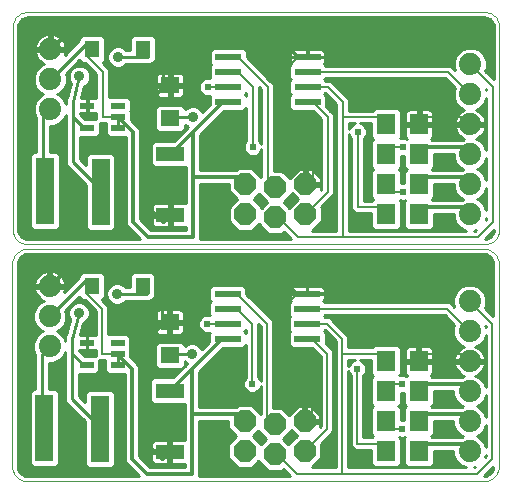
<source format=gtl>
G75*
G70*
%OFA0B0*%
%FSLAX24Y24*%
%IPPOS*%
%LPD*%
%AMOC8*
5,1,8,0,0,1.08239X$1,22.5*
%
%ADD10C,0.0000*%
%ADD11OC8,0.0740*%
%ADD12R,0.0870X0.0240*%
%ADD13C,0.0740*%
%ADD14R,0.0472X0.0217*%
%ADD15R,0.0500X0.0579*%
%ADD16R,0.0630X0.0551*%
%ADD17R,0.0945X0.0512*%
%ADD18R,0.0630X0.2244*%
%ADD19R,0.0630X0.0709*%
%ADD20C,0.0100*%
%ADD21C,0.0356*%
%ADD22C,0.0060*%
%ADD23C,0.0120*%
%ADD24C,0.0360*%
%ADD25C,0.0240*%
D10*
X000800Y000550D02*
X016020Y000550D01*
X016064Y000552D01*
X016107Y000558D01*
X016149Y000567D01*
X016191Y000580D01*
X016231Y000597D01*
X016270Y000617D01*
X016307Y000640D01*
X016341Y000667D01*
X016374Y000696D01*
X016403Y000729D01*
X016430Y000763D01*
X016453Y000800D01*
X016473Y000839D01*
X016490Y000879D01*
X016503Y000921D01*
X016512Y000963D01*
X016518Y001006D01*
X016520Y001050D01*
X016520Y007796D01*
X016518Y007840D01*
X016512Y007883D01*
X016503Y007925D01*
X016490Y007967D01*
X016473Y008007D01*
X016453Y008046D01*
X016430Y008083D01*
X016403Y008117D01*
X016374Y008150D01*
X016341Y008179D01*
X016307Y008206D01*
X016270Y008229D01*
X016231Y008249D01*
X016191Y008266D01*
X016149Y008279D01*
X016107Y008288D01*
X016064Y008294D01*
X016020Y008296D01*
X000800Y008296D01*
X000818Y008446D02*
X016039Y008446D01*
X016083Y008448D01*
X016126Y008454D01*
X016168Y008463D01*
X016210Y008476D01*
X016250Y008493D01*
X016289Y008513D01*
X016326Y008536D01*
X016360Y008563D01*
X016393Y008592D01*
X016422Y008625D01*
X016449Y008659D01*
X016472Y008696D01*
X016492Y008735D01*
X016509Y008775D01*
X016522Y008817D01*
X016531Y008859D01*
X016537Y008902D01*
X016539Y008946D01*
X016539Y015692D01*
X016537Y015736D01*
X016531Y015779D01*
X016522Y015821D01*
X016509Y015863D01*
X016492Y015903D01*
X016472Y015942D01*
X016449Y015979D01*
X016422Y016013D01*
X016393Y016046D01*
X016360Y016075D01*
X016326Y016102D01*
X016289Y016125D01*
X016250Y016145D01*
X016210Y016162D01*
X016168Y016175D01*
X016126Y016184D01*
X016083Y016190D01*
X016039Y016192D01*
X000818Y016192D01*
X000774Y016190D01*
X000731Y016184D01*
X000689Y016175D01*
X000647Y016162D01*
X000607Y016145D01*
X000568Y016125D01*
X000531Y016102D01*
X000497Y016075D01*
X000464Y016046D01*
X000435Y016013D01*
X000408Y015979D01*
X000385Y015942D01*
X000365Y015903D01*
X000348Y015863D01*
X000335Y015821D01*
X000326Y015779D01*
X000320Y015736D01*
X000318Y015692D01*
X000318Y008946D01*
X000320Y008902D01*
X000326Y008859D01*
X000335Y008817D01*
X000348Y008775D01*
X000365Y008735D01*
X000385Y008696D01*
X000408Y008659D01*
X000435Y008625D01*
X000464Y008592D01*
X000497Y008563D01*
X000531Y008536D01*
X000568Y008513D01*
X000607Y008493D01*
X000647Y008476D01*
X000689Y008463D01*
X000731Y008454D01*
X000774Y008448D01*
X000818Y008446D01*
X000800Y008296D02*
X000756Y008294D01*
X000713Y008288D01*
X000671Y008279D01*
X000629Y008266D01*
X000589Y008249D01*
X000550Y008229D01*
X000513Y008206D01*
X000479Y008179D01*
X000446Y008150D01*
X000417Y008117D01*
X000390Y008083D01*
X000367Y008046D01*
X000347Y008007D01*
X000330Y007967D01*
X000317Y007925D01*
X000308Y007883D01*
X000302Y007840D01*
X000300Y007796D01*
X000300Y001050D01*
X000302Y001006D01*
X000308Y000963D01*
X000317Y000921D01*
X000330Y000879D01*
X000347Y000839D01*
X000367Y000800D01*
X000390Y000763D01*
X000417Y000729D01*
X000446Y000696D01*
X000479Y000667D01*
X000513Y000640D01*
X000550Y000617D01*
X000589Y000597D01*
X000629Y000580D01*
X000671Y000567D01*
X000713Y000558D01*
X000756Y000552D01*
X000800Y000550D01*
D11*
X008050Y001550D03*
X008050Y002550D03*
X009050Y002450D03*
X010050Y002550D03*
X010050Y001550D03*
X009050Y001450D03*
X009068Y009346D03*
X009068Y010346D03*
X008068Y010446D03*
X008068Y009446D03*
X010068Y009446D03*
X010068Y010446D03*
D12*
X010148Y013196D03*
X010148Y013696D03*
X010148Y014196D03*
X010148Y014696D03*
X007498Y014696D03*
X007498Y014196D03*
X007498Y013696D03*
X007498Y013196D03*
X007480Y006800D03*
X007480Y006300D03*
X007480Y005800D03*
X007480Y005300D03*
X010130Y005300D03*
X010130Y005800D03*
X010130Y006300D03*
X010130Y006800D03*
D13*
X015550Y006550D03*
X015550Y005550D03*
X015550Y004550D03*
X015550Y003550D03*
X015550Y002550D03*
X015550Y001550D03*
X015568Y009446D03*
X015568Y010446D03*
X015568Y011446D03*
X015568Y012446D03*
X015568Y013446D03*
X015568Y014446D03*
X001568Y013946D03*
X001568Y012946D03*
X001568Y014946D03*
X001550Y007050D03*
X001550Y006050D03*
X001550Y005050D03*
D14*
X002788Y005174D03*
X002788Y004426D03*
X003812Y004426D03*
X003812Y004800D03*
X003812Y005174D03*
X003830Y012322D03*
X003830Y012696D03*
X003830Y013070D03*
X002807Y013070D03*
X002807Y012322D03*
D15*
X002972Y014946D03*
X004665Y014946D03*
X004646Y007050D03*
X002954Y007050D03*
D16*
X005550Y005851D03*
X005550Y004749D03*
X005568Y012645D03*
X005568Y013748D03*
D17*
X005568Y011470D03*
X005568Y009423D03*
X005550Y003574D03*
X005550Y001526D03*
D18*
X003225Y002300D03*
X001375Y002320D03*
X001393Y010216D03*
X003244Y010196D03*
D19*
X012767Y010446D03*
X012767Y011446D03*
X012767Y012446D03*
X013870Y012446D03*
X013870Y011446D03*
X013870Y010446D03*
X013870Y009446D03*
X012767Y009446D03*
X012749Y004550D03*
X012749Y003550D03*
X012749Y002550D03*
X012749Y001550D03*
X013851Y001550D03*
X013851Y002550D03*
X013851Y003550D03*
X013851Y004550D03*
D20*
X013801Y004543D02*
X013244Y004543D01*
X013244Y004445D02*
X013386Y004445D01*
X013386Y004500D02*
X013386Y004176D01*
X013396Y004138D01*
X013416Y004104D01*
X013444Y004076D01*
X013450Y004072D01*
X013443Y004066D01*
X013360Y004100D01*
X013240Y004100D01*
X013210Y004088D01*
X013244Y004121D01*
X013244Y004979D01*
X013138Y005084D01*
X012359Y005084D01*
X012285Y005010D01*
X011510Y005010D01*
X011510Y005387D01*
X011010Y005887D01*
X010887Y006010D01*
X010730Y006010D01*
X010690Y006050D01*
X010730Y006090D01*
X014713Y006090D01*
X015042Y005761D01*
X015000Y005659D01*
X015000Y005441D01*
X015084Y005238D01*
X015238Y005084D01*
X015358Y005034D01*
X015350Y005032D01*
X015277Y004995D01*
X015211Y004947D01*
X015153Y004889D01*
X015105Y004823D01*
X015068Y004750D01*
X015043Y004672D01*
X015031Y004600D01*
X015500Y004600D01*
X015500Y004500D01*
X015031Y004500D01*
X015043Y004428D01*
X015068Y004350D01*
X015105Y004277D01*
X015153Y004211D01*
X015211Y004153D01*
X015277Y004105D01*
X015350Y004068D01*
X015358Y004066D01*
X015296Y004040D01*
X014285Y004040D01*
X014253Y004072D01*
X014258Y004076D01*
X014286Y004104D01*
X014306Y004138D01*
X014316Y004176D01*
X014316Y004500D01*
X013901Y004500D01*
X013901Y004600D01*
X013801Y004600D01*
X013801Y004500D01*
X013386Y004500D01*
X013386Y004600D02*
X013801Y004600D01*
X013801Y005054D01*
X013516Y005054D01*
X013478Y005044D01*
X013444Y005024D01*
X013416Y004996D01*
X013396Y004962D01*
X013386Y004924D01*
X013386Y004600D01*
X013386Y004642D02*
X013244Y004642D01*
X013244Y004740D02*
X013386Y004740D01*
X013386Y004839D02*
X013244Y004839D01*
X013244Y004937D02*
X013390Y004937D01*
X013463Y005036D02*
X013187Y005036D01*
X013801Y005036D02*
X013901Y005036D01*
X013901Y005054D02*
X013901Y004600D01*
X014316Y004600D01*
X014316Y004924D01*
X014306Y004962D01*
X014286Y004996D01*
X014258Y005024D01*
X014224Y005044D01*
X014186Y005054D01*
X013901Y005054D01*
X013901Y004937D02*
X013801Y004937D01*
X013801Y004839D02*
X013901Y004839D01*
X013901Y004740D02*
X013801Y004740D01*
X013801Y004642D02*
X013901Y004642D01*
X013901Y004543D02*
X015500Y004543D01*
X015600Y004543D02*
X016090Y004543D01*
X016069Y004500D02*
X015600Y004500D01*
X015600Y004600D01*
X016069Y004600D01*
X016057Y004672D01*
X016032Y004750D01*
X015995Y004823D01*
X015947Y004889D01*
X015889Y004947D01*
X015823Y004995D01*
X015750Y005032D01*
X015742Y005034D01*
X015862Y005084D01*
X016016Y005238D01*
X016090Y005416D01*
X016090Y003684D01*
X016016Y003862D01*
X015862Y004016D01*
X015742Y004066D01*
X015750Y004068D01*
X015823Y004105D01*
X015889Y004153D01*
X015947Y004211D01*
X015995Y004277D01*
X016032Y004350D01*
X016057Y004428D01*
X016069Y004500D01*
X016060Y004445D02*
X016090Y004445D01*
X016090Y004346D02*
X016030Y004346D01*
X015973Y004248D02*
X016090Y004248D01*
X016090Y004149D02*
X015883Y004149D01*
X015779Y004051D02*
X016090Y004051D01*
X016090Y003952D02*
X015926Y003952D01*
X016020Y003854D02*
X016090Y003854D01*
X016090Y003755D02*
X016060Y003755D01*
X016090Y003416D02*
X016090Y002684D01*
X016016Y002862D01*
X015862Y003016D01*
X015780Y003050D01*
X015862Y003084D01*
X016016Y003238D01*
X016090Y003416D01*
X016090Y003361D02*
X016067Y003361D01*
X016090Y003263D02*
X016026Y003263D01*
X016090Y003164D02*
X015942Y003164D01*
X015818Y003066D02*
X016090Y003066D01*
X016090Y002967D02*
X015911Y002967D01*
X016009Y002869D02*
X016090Y002869D01*
X016090Y002770D02*
X016054Y002770D01*
X016090Y002416D02*
X016090Y001684D01*
X016016Y001862D01*
X015862Y002016D01*
X015780Y002050D01*
X015862Y002084D01*
X016016Y002238D01*
X016090Y002416D01*
X016090Y002376D02*
X016073Y002376D01*
X016090Y002278D02*
X016032Y002278D01*
X016090Y002179D02*
X015957Y002179D01*
X015854Y002081D02*
X016090Y002081D01*
X016090Y001982D02*
X015896Y001982D01*
X015994Y001884D02*
X016090Y001884D01*
X016090Y001785D02*
X016048Y001785D01*
X016089Y001687D02*
X016090Y001687D01*
X016090Y001416D02*
X016069Y001366D01*
X016090Y001387D01*
X016090Y001416D01*
X016090Y001391D02*
X016079Y001391D01*
X016339Y001042D02*
X016334Y000988D01*
X016286Y000872D01*
X016198Y000784D01*
X016083Y000736D01*
X016028Y000731D01*
X016339Y001042D01*
X016335Y000997D02*
X016294Y000997D01*
X016297Y000899D02*
X016195Y000899D01*
X016214Y000800D02*
X016097Y000800D01*
X015734Y001031D02*
X015684Y001010D01*
X015713Y001010D01*
X015734Y001031D01*
X015416Y001010D02*
X011510Y001010D01*
X011510Y004216D01*
X011546Y004130D01*
X011590Y004086D01*
X011590Y001713D01*
X011713Y001590D01*
X012254Y001590D01*
X012254Y001121D01*
X012359Y001016D01*
X013138Y001016D01*
X013244Y001121D01*
X013244Y001979D01*
X013210Y002012D01*
X013240Y002000D01*
X013360Y002000D01*
X013390Y002012D01*
X013356Y001979D01*
X013356Y001121D01*
X013462Y001016D01*
X014241Y001016D01*
X014346Y001121D01*
X014346Y001560D01*
X015000Y001560D01*
X015000Y001441D01*
X015084Y001238D01*
X015238Y001084D01*
X015416Y001010D01*
X015227Y001096D02*
X014321Y001096D01*
X014346Y001194D02*
X015128Y001194D01*
X015061Y001293D02*
X014346Y001293D01*
X014346Y001391D02*
X015021Y001391D01*
X015000Y001490D02*
X014346Y001490D01*
X014300Y001800D02*
X014125Y001800D01*
X013800Y001800D01*
X013851Y001550D01*
X013356Y001588D02*
X013244Y001588D01*
X013244Y001490D02*
X013356Y001490D01*
X013356Y001391D02*
X013244Y001391D01*
X013244Y001293D02*
X013356Y001293D01*
X013356Y001194D02*
X013244Y001194D01*
X013218Y001096D02*
X013382Y001096D01*
X013356Y001687D02*
X013244Y001687D01*
X013244Y001785D02*
X013356Y001785D01*
X013356Y001884D02*
X013244Y001884D01*
X013241Y001982D02*
X013359Y001982D01*
X013356Y002600D02*
X013244Y002600D01*
X013244Y002979D01*
X013173Y003050D01*
X013244Y003121D01*
X013244Y003500D01*
X013356Y003500D01*
X013356Y003121D01*
X013427Y003050D01*
X013356Y002979D01*
X013356Y002600D01*
X013356Y002672D02*
X013244Y002672D01*
X013244Y002770D02*
X013356Y002770D01*
X013356Y002869D02*
X013244Y002869D01*
X013244Y002967D02*
X013356Y002967D01*
X013412Y003066D02*
X013188Y003066D01*
X013244Y003164D02*
X013356Y003164D01*
X013356Y003263D02*
X013244Y003263D01*
X013244Y003361D02*
X013356Y003361D01*
X013356Y003460D02*
X013244Y003460D01*
X013851Y003550D02*
X013800Y003800D01*
X014300Y003800D01*
X015300Y003800D01*
X015550Y003550D01*
X015158Y003164D02*
X014346Y003164D01*
X014346Y003121D02*
X014346Y003560D01*
X015000Y003560D01*
X015000Y003441D01*
X015084Y003238D01*
X015238Y003084D01*
X015320Y003050D01*
X015296Y003040D01*
X014285Y003040D01*
X014275Y003050D01*
X014346Y003121D01*
X014291Y003066D02*
X015282Y003066D01*
X015300Y002800D02*
X015550Y002550D01*
X015300Y002800D02*
X014300Y002800D01*
X014100Y002800D01*
X013800Y002800D01*
X013851Y002550D01*
X014346Y002560D02*
X014346Y002121D01*
X014275Y002050D01*
X014285Y002040D01*
X015296Y002040D01*
X015320Y002050D01*
X015238Y002084D01*
X015084Y002238D01*
X015000Y002441D01*
X015000Y002560D01*
X014346Y002560D01*
X014346Y002475D02*
X015000Y002475D01*
X015027Y002376D02*
X014346Y002376D01*
X014346Y002278D02*
X015068Y002278D01*
X015143Y002179D02*
X014346Y002179D01*
X014306Y002081D02*
X015246Y002081D01*
X015300Y001800D02*
X015550Y001550D01*
X015300Y001800D02*
X014300Y001800D01*
X014346Y003263D02*
X015074Y003263D01*
X015033Y003361D02*
X014346Y003361D01*
X014346Y003460D02*
X015000Y003460D01*
X015000Y003558D02*
X014346Y003558D01*
X014275Y004051D02*
X015321Y004051D01*
X015217Y004149D02*
X014309Y004149D01*
X014316Y004248D02*
X015127Y004248D01*
X015070Y004346D02*
X014316Y004346D01*
X014316Y004445D02*
X015040Y004445D01*
X015038Y004642D02*
X014316Y004642D01*
X014316Y004740D02*
X015065Y004740D01*
X015117Y004839D02*
X014316Y004839D01*
X014313Y004937D02*
X015202Y004937D01*
X015355Y005036D02*
X014239Y005036D01*
X015045Y005331D02*
X011510Y005331D01*
X011510Y005233D02*
X015090Y005233D01*
X015188Y005134D02*
X011510Y005134D01*
X011510Y005036D02*
X012310Y005036D01*
X012254Y004590D02*
X011884Y004590D01*
X011970Y004554D01*
X012054Y004470D01*
X012100Y004360D01*
X012100Y004240D01*
X012054Y004130D01*
X012010Y004086D01*
X012010Y002010D01*
X012285Y002010D01*
X012325Y002050D01*
X012254Y002121D01*
X012254Y002979D01*
X012325Y003050D01*
X012254Y003121D01*
X012254Y003979D01*
X012325Y004050D01*
X012254Y004121D01*
X012254Y004590D01*
X012254Y004543D02*
X011981Y004543D01*
X012065Y004445D02*
X012254Y004445D01*
X012254Y004346D02*
X012100Y004346D01*
X012100Y004248D02*
X012254Y004248D01*
X012254Y004149D02*
X012062Y004149D01*
X012010Y004051D02*
X012324Y004051D01*
X012254Y003952D02*
X012010Y003952D01*
X012010Y003854D02*
X012254Y003854D01*
X012254Y003755D02*
X012010Y003755D01*
X012010Y003657D02*
X012254Y003657D01*
X012254Y003558D02*
X012010Y003558D01*
X012010Y003460D02*
X012254Y003460D01*
X012254Y003361D02*
X012010Y003361D01*
X012010Y003263D02*
X012254Y003263D01*
X012254Y003164D02*
X012010Y003164D01*
X012010Y003066D02*
X012309Y003066D01*
X012254Y002967D02*
X012010Y002967D01*
X012010Y002869D02*
X012254Y002869D01*
X012254Y002770D02*
X012010Y002770D01*
X012010Y002672D02*
X012254Y002672D01*
X012254Y002573D02*
X012010Y002573D01*
X012010Y002475D02*
X012254Y002475D01*
X012254Y002376D02*
X012010Y002376D01*
X012010Y002278D02*
X012254Y002278D01*
X012254Y002179D02*
X012010Y002179D01*
X012010Y002081D02*
X012294Y002081D01*
X012254Y001588D02*
X011510Y001588D01*
X011510Y001490D02*
X012254Y001490D01*
X012254Y001391D02*
X011510Y001391D01*
X011510Y001293D02*
X012254Y001293D01*
X012254Y001194D02*
X011510Y001194D01*
X011510Y001096D02*
X012279Y001096D01*
X011617Y001687D02*
X011510Y001687D01*
X011510Y001785D02*
X011590Y001785D01*
X011590Y001884D02*
X011510Y001884D01*
X011510Y001982D02*
X011590Y001982D01*
X011590Y002081D02*
X011510Y002081D01*
X011510Y002179D02*
X011590Y002179D01*
X011590Y002278D02*
X011510Y002278D01*
X011510Y002376D02*
X011590Y002376D01*
X011590Y002475D02*
X011510Y002475D01*
X011510Y002573D02*
X011590Y002573D01*
X011590Y002672D02*
X011510Y002672D01*
X011510Y002770D02*
X011590Y002770D01*
X011590Y002869D02*
X011510Y002869D01*
X011510Y002967D02*
X011590Y002967D01*
X011590Y003066D02*
X011510Y003066D01*
X011510Y003164D02*
X011590Y003164D01*
X011590Y003263D02*
X011510Y003263D01*
X011510Y003361D02*
X011590Y003361D01*
X011590Y003460D02*
X011510Y003460D01*
X011510Y003558D02*
X011590Y003558D01*
X011590Y003657D02*
X011510Y003657D01*
X011510Y003755D02*
X011590Y003755D01*
X011590Y003854D02*
X011510Y003854D01*
X011510Y003952D02*
X011590Y003952D01*
X011590Y004051D02*
X011510Y004051D01*
X011510Y004149D02*
X011538Y004149D01*
X011510Y004384D02*
X011510Y004590D01*
X011716Y004590D01*
X011630Y004554D01*
X011546Y004470D01*
X011510Y004384D01*
X011510Y004445D02*
X011535Y004445D01*
X011510Y004543D02*
X011619Y004543D01*
X011090Y004543D02*
X011010Y004543D01*
X011010Y004445D02*
X011090Y004445D01*
X011090Y004346D02*
X011010Y004346D01*
X011010Y004248D02*
X011090Y004248D01*
X011090Y004149D02*
X011010Y004149D01*
X011010Y004051D02*
X011090Y004051D01*
X011090Y003952D02*
X011010Y003952D01*
X011010Y003854D02*
X011090Y003854D01*
X011090Y003755D02*
X011010Y003755D01*
X011010Y003657D02*
X011090Y003657D01*
X011090Y003558D02*
X011010Y003558D01*
X011010Y003460D02*
X011090Y003460D01*
X011090Y003361D02*
X011010Y003361D01*
X011010Y003263D02*
X011090Y003263D01*
X011090Y003164D02*
X011010Y003164D01*
X011010Y003066D02*
X011090Y003066D01*
X011090Y002967D02*
X011010Y002967D01*
X011010Y002869D02*
X011090Y002869D01*
X011090Y002770D02*
X011010Y002770D01*
X011010Y002672D02*
X011090Y002672D01*
X011090Y002573D02*
X011010Y002573D01*
X011010Y002475D02*
X011090Y002475D01*
X011090Y002376D02*
X011010Y002376D01*
X011010Y002278D02*
X011090Y002278D01*
X011090Y002179D02*
X010976Y002179D01*
X011010Y002213D02*
X011010Y004887D01*
X010887Y005010D01*
X010745Y005152D01*
X010745Y005495D01*
X010690Y005550D01*
X010721Y005582D01*
X011090Y005213D01*
X011090Y001010D01*
X010288Y001010D01*
X010600Y001322D01*
X010600Y001778D01*
X010587Y001790D01*
X011010Y002213D01*
X011090Y002081D02*
X010877Y002081D01*
X010779Y001982D02*
X011090Y001982D01*
X011090Y001884D02*
X010680Y001884D01*
X010593Y001785D02*
X011090Y001785D01*
X011090Y001687D02*
X010600Y001687D01*
X010600Y001588D02*
X011090Y001588D01*
X011090Y001490D02*
X010600Y001490D01*
X010600Y001391D02*
X011090Y001391D01*
X011090Y001293D02*
X010570Y001293D01*
X010472Y001194D02*
X011090Y001194D01*
X011090Y001096D02*
X010373Y001096D01*
X009573Y000730D02*
X006531Y000730D01*
X006540Y000752D01*
X006540Y002560D01*
X007500Y002560D01*
X007500Y002322D01*
X007772Y002050D01*
X007500Y001778D01*
X007500Y001322D01*
X007822Y001000D01*
X008278Y001000D01*
X008500Y001222D01*
X008822Y000900D01*
X009278Y000900D01*
X009340Y000963D01*
X009573Y000730D01*
X009503Y000800D02*
X006540Y000800D01*
X006540Y000899D02*
X009405Y000899D01*
X008725Y000997D02*
X006540Y000997D01*
X006540Y001096D02*
X007727Y001096D01*
X007628Y001194D02*
X006540Y001194D01*
X006540Y001293D02*
X007530Y001293D01*
X007500Y001391D02*
X006540Y001391D01*
X006540Y001490D02*
X007500Y001490D01*
X007500Y001588D02*
X006540Y001588D01*
X006540Y001687D02*
X007500Y001687D01*
X007507Y001785D02*
X006540Y001785D01*
X006540Y001884D02*
X007606Y001884D01*
X007704Y001982D02*
X006540Y001982D01*
X006540Y002081D02*
X007742Y002081D01*
X007643Y002179D02*
X006540Y002179D01*
X006540Y002278D02*
X007545Y002278D01*
X007500Y002376D02*
X006540Y002376D01*
X006540Y002475D02*
X007500Y002475D01*
X007762Y003040D02*
X006540Y003040D01*
X006540Y004201D01*
X007339Y005000D01*
X007990Y005000D01*
X008090Y005100D01*
X008090Y004014D01*
X008046Y003970D01*
X008000Y003860D01*
X008000Y003740D01*
X008046Y003630D01*
X008130Y003546D01*
X008240Y003500D01*
X008360Y003500D01*
X008470Y003546D01*
X008554Y003630D01*
X008590Y003716D01*
X008590Y002788D01*
X008278Y003100D01*
X007822Y003100D01*
X007762Y003040D01*
X007788Y003066D02*
X006540Y003066D01*
X006540Y003164D02*
X008590Y003164D01*
X008590Y003066D02*
X008312Y003066D01*
X008411Y002967D02*
X008590Y002967D01*
X008590Y002869D02*
X008509Y002869D01*
X008590Y003263D02*
X006540Y003263D01*
X006540Y003361D02*
X008590Y003361D01*
X008590Y003460D02*
X006540Y003460D01*
X006540Y003558D02*
X008118Y003558D01*
X008035Y003657D02*
X006540Y003657D01*
X006540Y003755D02*
X008000Y003755D01*
X008000Y003854D02*
X006540Y003854D01*
X006540Y003952D02*
X008038Y003952D01*
X008090Y004051D02*
X006540Y004051D01*
X006540Y004149D02*
X008090Y004149D01*
X008090Y004248D02*
X006587Y004248D01*
X006685Y004346D02*
X008090Y004346D01*
X008090Y004445D02*
X006784Y004445D01*
X006882Y004543D02*
X008090Y004543D01*
X008090Y004642D02*
X006981Y004642D01*
X007079Y004740D02*
X008090Y004740D01*
X008090Y004839D02*
X007178Y004839D01*
X007276Y004937D02*
X008090Y004937D01*
X008090Y005036D02*
X008025Y005036D01*
X008090Y005500D02*
X008040Y005550D01*
X008090Y005600D01*
X008090Y005500D01*
X008090Y005528D02*
X008062Y005528D01*
X008510Y005528D02*
X008590Y005528D01*
X008590Y005430D02*
X008510Y005430D01*
X008510Y005331D02*
X008590Y005331D01*
X008590Y005233D02*
X008510Y005233D01*
X008510Y005134D02*
X008590Y005134D01*
X008590Y005036D02*
X008510Y005036D01*
X008510Y004937D02*
X008590Y004937D01*
X008590Y004839D02*
X008510Y004839D01*
X008510Y004740D02*
X008590Y004740D01*
X008590Y004642D02*
X008510Y004642D01*
X008510Y004543D02*
X008590Y004543D01*
X008590Y004445D02*
X008510Y004445D01*
X008510Y004346D02*
X008590Y004346D01*
X008590Y004248D02*
X008510Y004248D01*
X008510Y004149D02*
X008590Y004149D01*
X008590Y004051D02*
X008510Y004051D01*
X008510Y004014D02*
X008510Y005793D01*
X008590Y005713D01*
X008590Y003884D01*
X008554Y003970D01*
X008510Y004014D01*
X008562Y003952D02*
X008590Y003952D01*
X008590Y003657D02*
X008565Y003657D01*
X008590Y003558D02*
X008482Y003558D01*
X009010Y003558D02*
X010590Y003558D01*
X010590Y003460D02*
X009010Y003460D01*
X009010Y003361D02*
X010590Y003361D01*
X010590Y003263D02*
X009010Y003263D01*
X009010Y003164D02*
X010590Y003164D01*
X010590Y003066D02*
X010270Y003066D01*
X010265Y003070D02*
X010100Y003070D01*
X010100Y002600D01*
X010000Y002600D01*
X010000Y003070D01*
X009835Y003070D01*
X009530Y002765D01*
X009530Y002748D01*
X009278Y003000D01*
X009010Y003000D01*
X009010Y005887D01*
X008887Y006010D01*
X008095Y006802D01*
X008095Y006995D01*
X007990Y007100D01*
X006970Y007100D01*
X006865Y006995D01*
X006865Y006605D01*
X006920Y006550D01*
X006865Y006495D01*
X006865Y006105D01*
X006878Y006092D01*
X006860Y006100D01*
X006740Y006100D01*
X006630Y006054D01*
X006546Y005970D01*
X006500Y005860D01*
X006500Y005740D01*
X006546Y005630D01*
X006630Y005546D01*
X006740Y005500D01*
X006860Y005500D01*
X006878Y005508D01*
X006865Y005495D01*
X006865Y005204D01*
X006623Y004962D01*
X006605Y005004D01*
X006504Y005105D01*
X006372Y005160D01*
X006228Y005160D01*
X006096Y005105D01*
X006045Y005054D01*
X006045Y005099D01*
X005940Y005204D01*
X005160Y005204D01*
X005055Y005099D01*
X005055Y004399D01*
X005160Y004293D01*
X005940Y004293D01*
X006045Y004399D01*
X006045Y004546D01*
X006096Y004495D01*
X006138Y004477D01*
X006097Y004436D01*
X005670Y004010D01*
X005003Y004010D01*
X004898Y003904D01*
X004898Y003243D01*
X005003Y003138D01*
X006060Y003138D01*
X006060Y001928D01*
X006042Y001932D01*
X005600Y001932D01*
X005600Y001576D01*
X005500Y001576D01*
X005500Y001476D01*
X005600Y001476D01*
X005600Y001120D01*
X006042Y001120D01*
X006060Y001125D01*
X006060Y001040D01*
X004899Y001040D01*
X004540Y001399D01*
X004540Y004348D01*
X004503Y004436D01*
X004228Y004711D01*
X004228Y004983D01*
X004224Y004987D01*
X004228Y004991D01*
X004228Y005357D01*
X004123Y005462D01*
X003510Y005462D01*
X003510Y006387D01*
X003297Y006600D01*
X003384Y006686D01*
X003384Y007414D01*
X003278Y007519D01*
X002906Y007519D01*
X002895Y007530D01*
X002827Y007530D01*
X002761Y007546D01*
X002735Y007530D01*
X002705Y007530D01*
X002694Y007519D01*
X002629Y007519D01*
X002524Y007414D01*
X002524Y007349D01*
X002035Y006860D01*
X002057Y006928D01*
X002069Y007000D01*
X001600Y007000D01*
X001600Y007100D01*
X001500Y007100D01*
X001500Y007569D01*
X001428Y007557D01*
X001350Y007532D01*
X001277Y007495D01*
X001211Y007447D01*
X001153Y007389D01*
X001105Y007323D01*
X001068Y007250D01*
X001043Y007172D01*
X001031Y007100D01*
X001500Y007100D01*
X001500Y007000D01*
X001031Y007000D01*
X001043Y006928D01*
X001068Y006850D01*
X001105Y006777D01*
X001153Y006711D01*
X001211Y006653D01*
X001277Y006605D01*
X001350Y006568D01*
X001358Y006566D01*
X001238Y006516D01*
X001084Y006362D01*
X001000Y006159D01*
X001000Y005941D01*
X001084Y005738D01*
X001238Y005584D01*
X001320Y005550D01*
X001238Y005516D01*
X001084Y005362D01*
X001000Y005159D01*
X001000Y004941D01*
X001070Y004772D01*
X001070Y003622D01*
X000985Y003622D01*
X000880Y003516D01*
X000880Y001123D01*
X000985Y001018D01*
X001764Y001018D01*
X001870Y001123D01*
X001870Y003516D01*
X001764Y003622D01*
X001530Y003622D01*
X001530Y004500D01*
X001659Y004500D01*
X001862Y004584D01*
X002016Y004738D01*
X002070Y004868D01*
X002070Y003205D01*
X002730Y002544D01*
X002730Y001103D01*
X002836Y000998D01*
X003615Y000998D01*
X003720Y001103D01*
X003720Y003497D01*
X003615Y003602D01*
X002836Y003602D01*
X002730Y003497D01*
X002730Y003195D01*
X002530Y003395D01*
X002530Y004138D01*
X003099Y004138D01*
X003204Y004243D01*
X003204Y004599D01*
X003213Y004590D01*
X003396Y004590D01*
X003396Y004243D01*
X003501Y004138D01*
X004060Y004138D01*
X004060Y001252D01*
X004097Y001164D01*
X004164Y001097D01*
X004531Y000730D01*
X000800Y000730D01*
X000738Y000736D01*
X000622Y000784D01*
X000534Y000872D01*
X000486Y000988D01*
X000480Y001050D01*
X000480Y007796D01*
X000486Y007858D01*
X000534Y007974D01*
X000622Y008062D01*
X000738Y008110D01*
X000800Y008116D01*
X016020Y008116D01*
X016083Y008110D01*
X016198Y008062D01*
X016286Y007974D01*
X016334Y007858D01*
X016340Y007796D01*
X016340Y006057D01*
X016058Y006339D01*
X016100Y006441D01*
X016100Y006659D01*
X016016Y006862D01*
X015862Y007016D01*
X015659Y007100D01*
X015441Y007100D01*
X015238Y007016D01*
X015084Y006862D01*
X015000Y006659D01*
X015000Y006441D01*
X015031Y006366D01*
X014887Y006510D01*
X014713Y006510D01*
X010730Y006510D01*
X010668Y006571D01*
X010685Y006588D01*
X010705Y006622D01*
X010715Y006660D01*
X010715Y006790D01*
X010140Y006790D01*
X010140Y006810D01*
X010120Y006810D01*
X010120Y007070D01*
X009675Y007070D01*
X009637Y007060D01*
X009603Y007040D01*
X009575Y007012D01*
X009555Y006978D01*
X009545Y006940D01*
X009545Y006810D01*
X010120Y006810D01*
X010120Y006790D01*
X009545Y006790D01*
X009545Y006660D01*
X009555Y006622D01*
X009575Y006588D01*
X009592Y006571D01*
X009515Y006495D01*
X009515Y006105D01*
X009570Y006050D01*
X009515Y005995D01*
X009515Y005605D01*
X009570Y005550D01*
X009515Y005495D01*
X009515Y005105D01*
X009620Y005000D01*
X010303Y005000D01*
X010590Y004713D01*
X010590Y002387D01*
X010570Y002367D01*
X010570Y002500D01*
X010100Y002500D01*
X010100Y002600D01*
X010570Y002600D01*
X010570Y002765D01*
X010265Y003070D01*
X010368Y002967D02*
X010590Y002967D01*
X010590Y002869D02*
X010467Y002869D01*
X010565Y002770D02*
X010590Y002770D01*
X010590Y002672D02*
X010570Y002672D01*
X010590Y002573D02*
X010100Y002573D01*
X010100Y002672D02*
X010000Y002672D01*
X010000Y002770D02*
X010100Y002770D01*
X010100Y002869D02*
X010000Y002869D01*
X010000Y002967D02*
X010100Y002967D01*
X010100Y003066D02*
X010000Y003066D01*
X009830Y003066D02*
X009010Y003066D01*
X009311Y002967D02*
X009732Y002967D01*
X009633Y002869D02*
X009409Y002869D01*
X009508Y002770D02*
X009535Y002770D01*
X009600Y002265D02*
X009793Y002071D01*
X009500Y001778D01*
X009500Y001778D01*
X009328Y001950D01*
X009600Y002222D01*
X009600Y002265D01*
X009557Y002179D02*
X009686Y002179D01*
X009784Y002081D02*
X009458Y002081D01*
X009360Y001982D02*
X009704Y001982D01*
X009606Y001884D02*
X009394Y001884D01*
X009493Y001785D02*
X009507Y001785D01*
X008772Y001950D02*
X008600Y001778D01*
X008600Y001778D01*
X008328Y002050D01*
X008500Y002222D01*
X008772Y001950D01*
X008740Y001982D02*
X008396Y001982D01*
X008358Y002081D02*
X008642Y002081D01*
X008543Y002179D02*
X008457Y002179D01*
X008500Y002222D02*
X008500Y002222D01*
X008494Y001884D02*
X008706Y001884D01*
X008607Y001785D02*
X008593Y001785D01*
X008500Y001222D02*
X008500Y001222D01*
X008472Y001194D02*
X008528Y001194D01*
X008627Y001096D02*
X008373Y001096D01*
X006060Y001096D02*
X004844Y001096D01*
X004745Y001194D02*
X004949Y001194D01*
X004958Y001178D02*
X004985Y001150D01*
X005020Y001131D01*
X005058Y001120D01*
X005500Y001120D01*
X005500Y001476D01*
X004928Y001476D01*
X004928Y001251D01*
X004938Y001213D01*
X004958Y001178D01*
X004928Y001293D02*
X004647Y001293D01*
X004548Y001391D02*
X004928Y001391D01*
X004928Y001576D02*
X005500Y001576D01*
X005500Y001932D01*
X005058Y001932D01*
X005020Y001922D01*
X004985Y001902D01*
X004958Y001874D01*
X004938Y001840D01*
X004928Y001802D01*
X004928Y001576D01*
X004928Y001588D02*
X004540Y001588D01*
X004540Y001490D02*
X005500Y001490D01*
X005550Y001526D02*
X005300Y001300D01*
X004800Y001800D01*
X004800Y005300D01*
X005300Y005800D01*
X005550Y005851D01*
X005300Y005800D01*
X005300Y007800D01*
X002300Y007800D01*
X001800Y007300D01*
X001550Y007050D01*
X001500Y007006D02*
X000480Y007006D01*
X000480Y007104D02*
X001032Y007104D01*
X001053Y007203D02*
X000480Y007203D01*
X000480Y007301D02*
X001094Y007301D01*
X001164Y007400D02*
X000480Y007400D01*
X000480Y007498D02*
X001284Y007498D01*
X001500Y007498D02*
X001600Y007498D01*
X001600Y007569D02*
X001600Y007100D01*
X002069Y007100D01*
X002057Y007172D01*
X002032Y007250D01*
X001995Y007323D01*
X001947Y007389D01*
X001889Y007447D01*
X001823Y007495D01*
X001750Y007532D01*
X001672Y007557D01*
X001600Y007569D01*
X001600Y007400D02*
X001500Y007400D01*
X001500Y007301D02*
X001600Y007301D01*
X001600Y007203D02*
X001500Y007203D01*
X001500Y007104D02*
X001600Y007104D01*
X001600Y007006D02*
X002180Y007006D01*
X002279Y007104D02*
X002068Y007104D01*
X002047Y007203D02*
X002377Y007203D01*
X002476Y007301D02*
X002006Y007301D01*
X001936Y007400D02*
X002524Y007400D01*
X002608Y007498D02*
X001816Y007498D01*
X001800Y007300D02*
X002300Y007800D01*
X005300Y007800D01*
X004992Y007498D02*
X016340Y007498D01*
X016340Y007400D02*
X005076Y007400D01*
X005076Y007414D02*
X004971Y007519D01*
X004322Y007519D01*
X004216Y007414D01*
X004216Y007030D01*
X004079Y007030D01*
X004004Y007105D01*
X003872Y007160D01*
X003728Y007160D01*
X003596Y007105D01*
X003495Y007004D01*
X003440Y006872D01*
X003440Y006728D01*
X003495Y006596D01*
X003596Y006495D01*
X003728Y006440D01*
X003872Y006440D01*
X004004Y006495D01*
X004079Y006570D01*
X004773Y006570D01*
X004839Y006554D01*
X004865Y006570D01*
X004895Y006570D01*
X004906Y006581D01*
X004971Y006581D01*
X005076Y006686D01*
X005076Y007414D01*
X005076Y007301D02*
X016340Y007301D01*
X016340Y007203D02*
X005076Y007203D01*
X005076Y007104D02*
X016340Y007104D01*
X016340Y007006D02*
X015872Y007006D01*
X015971Y006907D02*
X016340Y006907D01*
X016340Y006809D02*
X016038Y006809D01*
X016079Y006710D02*
X016340Y006710D01*
X016340Y006612D02*
X016100Y006612D01*
X016100Y006513D02*
X016340Y006513D01*
X016340Y006415D02*
X016089Y006415D01*
X016081Y006316D02*
X016340Y006316D01*
X016340Y006218D02*
X016179Y006218D01*
X016278Y006119D02*
X016340Y006119D01*
X016069Y005734D02*
X016090Y005684D01*
X016090Y005713D01*
X016069Y005734D01*
X016073Y005725D02*
X016078Y005725D01*
X016055Y005331D02*
X016090Y005331D01*
X016090Y005233D02*
X016010Y005233D01*
X016090Y005134D02*
X015912Y005134D01*
X015745Y005036D02*
X016090Y005036D01*
X016090Y004937D02*
X015898Y004937D01*
X015983Y004839D02*
X016090Y004839D01*
X016090Y004740D02*
X016035Y004740D01*
X016062Y004642D02*
X016090Y004642D01*
X015005Y005430D02*
X011467Y005430D01*
X011369Y005528D02*
X015000Y005528D01*
X015000Y005627D02*
X011270Y005627D01*
X011172Y005725D02*
X015027Y005725D01*
X014980Y005824D02*
X011073Y005824D01*
X010975Y005922D02*
X014881Y005922D01*
X014783Y006021D02*
X010719Y006021D01*
X010727Y006513D02*
X015000Y006513D01*
X015000Y006612D02*
X010699Y006612D01*
X010715Y006710D02*
X015021Y006710D01*
X015062Y006809D02*
X010140Y006809D01*
X010140Y006810D02*
X010715Y006810D01*
X010715Y006940D01*
X010705Y006978D01*
X010685Y007012D01*
X010657Y007040D01*
X010623Y007060D01*
X010585Y007070D01*
X010140Y007070D01*
X010140Y006810D01*
X010120Y006809D02*
X008095Y006809D01*
X008095Y006907D02*
X009545Y006907D01*
X009571Y007006D02*
X008084Y007006D01*
X008187Y006710D02*
X009545Y006710D01*
X009561Y006612D02*
X008285Y006612D01*
X008384Y006513D02*
X009533Y006513D01*
X009515Y006415D02*
X008482Y006415D01*
X008581Y006316D02*
X009515Y006316D01*
X009515Y006218D02*
X008679Y006218D01*
X008778Y006119D02*
X009515Y006119D01*
X009541Y006021D02*
X008876Y006021D01*
X008975Y005922D02*
X009515Y005922D01*
X009515Y005824D02*
X009010Y005824D01*
X009010Y005725D02*
X009515Y005725D01*
X009515Y005627D02*
X009010Y005627D01*
X009010Y005528D02*
X009548Y005528D01*
X009515Y005430D02*
X009010Y005430D01*
X009010Y005331D02*
X009515Y005331D01*
X009515Y005233D02*
X009010Y005233D01*
X009010Y005134D02*
X009515Y005134D01*
X009585Y005036D02*
X009010Y005036D01*
X009010Y004937D02*
X010366Y004937D01*
X010465Y004839D02*
X009010Y004839D01*
X009010Y004740D02*
X010563Y004740D01*
X010590Y004642D02*
X009010Y004642D01*
X009010Y004543D02*
X010590Y004543D01*
X010590Y004445D02*
X009010Y004445D01*
X009010Y004346D02*
X010590Y004346D01*
X010590Y004248D02*
X009010Y004248D01*
X009010Y004149D02*
X010590Y004149D01*
X010590Y004051D02*
X009010Y004051D01*
X009010Y003952D02*
X010590Y003952D01*
X010590Y003854D02*
X009010Y003854D01*
X009010Y003755D02*
X010590Y003755D01*
X010590Y003657D02*
X009010Y003657D01*
X010570Y002475D02*
X010590Y002475D01*
X010579Y002376D02*
X010570Y002376D01*
X011010Y004642D02*
X011090Y004642D01*
X011090Y004740D02*
X011010Y004740D01*
X011010Y004839D02*
X011090Y004839D01*
X011090Y004937D02*
X010960Y004937D01*
X010861Y005036D02*
X011090Y005036D01*
X011090Y005134D02*
X010763Y005134D01*
X010745Y005233D02*
X011071Y005233D01*
X010972Y005331D02*
X010745Y005331D01*
X010745Y005430D02*
X010874Y005430D01*
X010775Y005528D02*
X010712Y005528D01*
X010715Y006907D02*
X015129Y006907D01*
X015228Y007006D02*
X010689Y007006D01*
X010140Y007006D02*
X010120Y007006D01*
X010120Y006907D02*
X010140Y006907D01*
X008590Y005627D02*
X008510Y005627D01*
X008510Y005725D02*
X008578Y005725D01*
X006883Y006513D02*
X004022Y006513D01*
X003800Y006800D02*
X004800Y006800D01*
X004646Y007050D01*
X005076Y007006D02*
X006876Y007006D01*
X006865Y006907D02*
X005076Y006907D01*
X005076Y006809D02*
X006865Y006809D01*
X006865Y006710D02*
X005076Y006710D01*
X005002Y006612D02*
X006865Y006612D01*
X006865Y006415D02*
X003482Y006415D01*
X003510Y006316D02*
X006865Y006316D01*
X006865Y006218D02*
X005986Y006218D01*
X005985Y006219D02*
X005957Y006247D01*
X005923Y006267D01*
X005885Y006277D01*
X005600Y006277D01*
X005600Y005901D01*
X006015Y005901D01*
X006015Y006147D01*
X006005Y006185D01*
X005985Y006219D01*
X006015Y006119D02*
X006865Y006119D01*
X006596Y006021D02*
X006015Y006021D01*
X006015Y005922D02*
X006526Y005922D01*
X006500Y005824D02*
X005600Y005824D01*
X005600Y005801D02*
X005600Y005901D01*
X005500Y005901D01*
X005500Y005801D01*
X005600Y005801D01*
X005600Y005426D01*
X005885Y005426D01*
X005923Y005436D01*
X005957Y005456D01*
X005985Y005483D01*
X006005Y005518D01*
X006015Y005556D01*
X006015Y005801D01*
X005600Y005801D01*
X005600Y005725D02*
X005500Y005725D01*
X005500Y005801D02*
X005500Y005426D01*
X005215Y005426D01*
X005177Y005436D01*
X005143Y005456D01*
X005115Y005483D01*
X005095Y005518D01*
X005085Y005556D01*
X005085Y005801D01*
X005500Y005801D01*
X005500Y005824D02*
X003510Y005824D01*
X003510Y005922D02*
X005085Y005922D01*
X005085Y005901D02*
X005500Y005901D01*
X005500Y006277D01*
X005215Y006277D01*
X005177Y006267D01*
X005143Y006247D01*
X005115Y006219D01*
X005095Y006185D01*
X005085Y006147D01*
X005085Y005901D01*
X005085Y006021D02*
X003510Y006021D01*
X003510Y006119D02*
X005085Y006119D01*
X005114Y006218D02*
X003510Y006218D01*
X003578Y006513D02*
X003384Y006513D01*
X003309Y006612D02*
X003488Y006612D01*
X003448Y006710D02*
X003384Y006710D01*
X003384Y006809D02*
X003440Y006809D01*
X003455Y006907D02*
X003384Y006907D01*
X003384Y007006D02*
X003496Y007006D01*
X003595Y007104D02*
X003384Y007104D01*
X003384Y007203D02*
X004216Y007203D01*
X004216Y007301D02*
X003384Y007301D01*
X003384Y007400D02*
X004216Y007400D01*
X004301Y007498D02*
X003299Y007498D01*
X002800Y007300D02*
X002954Y007050D01*
X002800Y007300D02*
X001800Y006300D01*
X001550Y006050D01*
X002051Y005824D02*
X002201Y005824D01*
X002227Y005922D02*
X002092Y005922D01*
X002100Y005941D02*
X002100Y006159D01*
X002066Y006241D01*
X002524Y006698D01*
X002524Y006686D01*
X002629Y006581D01*
X002722Y006581D01*
X003090Y006213D01*
X003090Y005418D01*
X003082Y005422D01*
X003044Y005432D01*
X002792Y005432D01*
X002792Y005178D01*
X002784Y005178D01*
X002784Y005432D01*
X002573Y005432D01*
X002676Y005823D01*
X002729Y005845D01*
X002830Y005946D01*
X002885Y006078D01*
X002885Y006222D01*
X002830Y006354D01*
X002729Y006455D01*
X002597Y006510D01*
X002453Y006510D01*
X002321Y006455D01*
X002220Y006354D01*
X002165Y006222D01*
X002165Y006078D01*
X002220Y005946D01*
X002230Y005936D01*
X002094Y005419D01*
X002070Y005395D01*
X002070Y005330D01*
X002054Y005270D01*
X002016Y005362D01*
X001862Y005516D01*
X001780Y005550D01*
X001862Y005584D01*
X002016Y005738D01*
X002100Y005941D01*
X002100Y006021D02*
X002189Y006021D01*
X002165Y006119D02*
X002100Y006119D01*
X002076Y006218D02*
X002165Y006218D01*
X002141Y006316D02*
X002204Y006316D01*
X002240Y006415D02*
X002280Y006415D01*
X002338Y006513D02*
X002790Y006513D01*
X002770Y006415D02*
X002889Y006415D01*
X002846Y006316D02*
X002987Y006316D01*
X003086Y006218D02*
X002885Y006218D01*
X002885Y006119D02*
X003090Y006119D01*
X003090Y006021D02*
X002861Y006021D01*
X002806Y005922D02*
X003090Y005922D01*
X003090Y005824D02*
X002678Y005824D01*
X002650Y005725D02*
X003090Y005725D01*
X003090Y005627D02*
X002624Y005627D01*
X002598Y005528D02*
X003090Y005528D01*
X003090Y005430D02*
X003054Y005430D01*
X002792Y005430D02*
X002784Y005430D01*
X002784Y005331D02*
X002792Y005331D01*
X002784Y005233D02*
X002792Y005233D01*
X002788Y005174D02*
X002788Y005613D01*
X002825Y005650D01*
X002792Y005170D02*
X002792Y004916D01*
X003044Y004916D01*
X003082Y004926D01*
X003090Y004930D01*
X003090Y004714D01*
X002711Y004714D01*
X002530Y004895D01*
X002530Y004916D01*
X002532Y004916D01*
X002784Y004916D01*
X002784Y005170D01*
X002792Y005170D01*
X002784Y005134D02*
X002792Y005134D01*
X002784Y005036D02*
X002792Y005036D01*
X002784Y004937D02*
X002792Y004937D01*
X002685Y004740D02*
X003090Y004740D01*
X003090Y004839D02*
X002587Y004839D01*
X002300Y004800D02*
X002550Y004550D01*
X002650Y004450D02*
X002674Y004426D01*
X002788Y004426D01*
X002650Y004450D02*
X002300Y004800D01*
X002300Y005300D01*
X002300Y004800D01*
X002300Y005300D01*
X002525Y006150D01*
X002175Y005725D02*
X002003Y005725D01*
X001904Y005627D02*
X002149Y005627D01*
X002122Y005528D02*
X001833Y005528D01*
X001948Y005430D02*
X002096Y005430D01*
X002070Y005331D02*
X002029Y005331D01*
X002061Y005253D02*
X002070Y005232D01*
X002070Y005238D01*
X002061Y005253D01*
X002070Y005233D02*
X002070Y005233D01*
X002058Y004839D02*
X002070Y004839D01*
X002070Y004740D02*
X002017Y004740D01*
X002070Y004642D02*
X001919Y004642D01*
X002070Y004543D02*
X001763Y004543D01*
X001530Y004445D02*
X002070Y004445D01*
X002070Y004346D02*
X001530Y004346D01*
X001530Y004248D02*
X002070Y004248D01*
X002070Y004149D02*
X001530Y004149D01*
X001530Y004051D02*
X002070Y004051D01*
X002070Y003952D02*
X001530Y003952D01*
X001530Y003854D02*
X002070Y003854D01*
X002070Y003755D02*
X001530Y003755D01*
X001530Y003657D02*
X002070Y003657D01*
X002070Y003558D02*
X001828Y003558D01*
X001870Y003460D02*
X002070Y003460D01*
X002070Y003361D02*
X001870Y003361D01*
X001870Y003263D02*
X002070Y003263D01*
X002111Y003164D02*
X001870Y003164D01*
X001870Y003066D02*
X002209Y003066D01*
X002308Y002967D02*
X001870Y002967D01*
X001870Y002869D02*
X002406Y002869D01*
X002505Y002770D02*
X001870Y002770D01*
X001870Y002672D02*
X002603Y002672D01*
X002702Y002573D02*
X001870Y002573D01*
X001870Y002475D02*
X002730Y002475D01*
X002730Y002376D02*
X001870Y002376D01*
X001870Y002278D02*
X002730Y002278D01*
X002730Y002179D02*
X001870Y002179D01*
X001870Y002081D02*
X002730Y002081D01*
X002730Y001982D02*
X001870Y001982D01*
X001870Y001884D02*
X002730Y001884D01*
X002730Y001785D02*
X001870Y001785D01*
X001870Y001687D02*
X002730Y001687D01*
X002730Y001588D02*
X001870Y001588D01*
X001870Y001490D02*
X002730Y001490D01*
X002730Y001391D02*
X001870Y001391D01*
X001870Y001293D02*
X002730Y001293D01*
X002730Y001194D02*
X001870Y001194D01*
X001842Y001096D02*
X002738Y001096D01*
X003712Y001096D02*
X004165Y001096D01*
X004084Y001194D02*
X003720Y001194D01*
X003720Y001293D02*
X004060Y001293D01*
X004060Y001391D02*
X003720Y001391D01*
X003720Y001490D02*
X004060Y001490D01*
X004060Y001588D02*
X003720Y001588D01*
X003720Y001687D02*
X004060Y001687D01*
X004060Y001785D02*
X003720Y001785D01*
X003720Y001884D02*
X004060Y001884D01*
X004060Y001982D02*
X003720Y001982D01*
X003720Y002081D02*
X004060Y002081D01*
X004060Y002179D02*
X003720Y002179D01*
X003720Y002278D02*
X004060Y002278D01*
X004060Y002376D02*
X003720Y002376D01*
X003720Y002475D02*
X004060Y002475D01*
X004060Y002573D02*
X003720Y002573D01*
X003720Y002672D02*
X004060Y002672D01*
X004060Y002770D02*
X003720Y002770D01*
X003720Y002869D02*
X004060Y002869D01*
X004060Y002967D02*
X003720Y002967D01*
X003720Y003066D02*
X004060Y003066D01*
X004060Y003164D02*
X003720Y003164D01*
X003720Y003263D02*
X004060Y003263D01*
X004060Y003361D02*
X003720Y003361D01*
X003720Y003460D02*
X004060Y003460D01*
X004060Y003558D02*
X003659Y003558D01*
X004060Y003657D02*
X002530Y003657D01*
X002530Y003755D02*
X004060Y003755D01*
X004060Y003854D02*
X002530Y003854D01*
X002530Y003952D02*
X004060Y003952D01*
X004060Y004051D02*
X002530Y004051D01*
X002530Y003558D02*
X002792Y003558D01*
X002730Y003460D02*
X002530Y003460D01*
X002564Y003361D02*
X002730Y003361D01*
X002730Y003263D02*
X002663Y003263D01*
X002300Y003300D02*
X003300Y002300D01*
X003225Y002300D01*
X002300Y003300D02*
X002300Y004800D01*
X001550Y005050D02*
X001300Y004800D01*
X001300Y002800D01*
X001375Y002320D01*
X000880Y002278D02*
X000480Y002278D01*
X000480Y002376D02*
X000880Y002376D01*
X000880Y002475D02*
X000480Y002475D01*
X000480Y002573D02*
X000880Y002573D01*
X000880Y002672D02*
X000480Y002672D01*
X000480Y002770D02*
X000880Y002770D01*
X000880Y002869D02*
X000480Y002869D01*
X000480Y002967D02*
X000880Y002967D01*
X000880Y003066D02*
X000480Y003066D01*
X000480Y003164D02*
X000880Y003164D01*
X000880Y003263D02*
X000480Y003263D01*
X000480Y003361D02*
X000880Y003361D01*
X000880Y003460D02*
X000480Y003460D01*
X000480Y003558D02*
X000922Y003558D01*
X001070Y003657D02*
X000480Y003657D01*
X000480Y003755D02*
X001070Y003755D01*
X001070Y003854D02*
X000480Y003854D01*
X000480Y003952D02*
X001070Y003952D01*
X001070Y004051D02*
X000480Y004051D01*
X000480Y004149D02*
X001070Y004149D01*
X001070Y004248D02*
X000480Y004248D01*
X000480Y004346D02*
X001070Y004346D01*
X001070Y004445D02*
X000480Y004445D01*
X000480Y004543D02*
X001070Y004543D01*
X001070Y004642D02*
X000480Y004642D01*
X000480Y004740D02*
X001070Y004740D01*
X001042Y004839D02*
X000480Y004839D01*
X000480Y004937D02*
X001001Y004937D01*
X001000Y005036D02*
X000480Y005036D01*
X000480Y005134D02*
X001000Y005134D01*
X001030Y005233D02*
X000480Y005233D01*
X000480Y005331D02*
X001071Y005331D01*
X001152Y005430D02*
X000480Y005430D01*
X000480Y005528D02*
X001267Y005528D01*
X001196Y005627D02*
X000480Y005627D01*
X000480Y005725D02*
X001097Y005725D01*
X001048Y005824D02*
X000480Y005824D01*
X000480Y005922D02*
X001008Y005922D01*
X001000Y006021D02*
X000480Y006021D01*
X000480Y006119D02*
X001000Y006119D01*
X001024Y006218D02*
X000480Y006218D01*
X000480Y006316D02*
X001065Y006316D01*
X001137Y006415D02*
X000480Y006415D01*
X000480Y006513D02*
X001235Y006513D01*
X001269Y006612D02*
X000480Y006612D01*
X000480Y006710D02*
X001155Y006710D01*
X001089Y006809D02*
X000480Y006809D01*
X000480Y006907D02*
X001050Y006907D01*
X000480Y007597D02*
X016340Y007597D01*
X016340Y007695D02*
X000480Y007695D01*
X000480Y007794D02*
X016340Y007794D01*
X016320Y007892D02*
X000500Y007892D01*
X000551Y007991D02*
X016269Y007991D01*
X016133Y008089D02*
X000687Y008089D01*
X000756Y008633D02*
X000641Y008680D01*
X004495Y008680D01*
X004549Y008626D02*
X000818Y008626D01*
X000756Y008633D01*
X000641Y008680D02*
X000552Y008769D01*
X000505Y008884D01*
X000498Y008946D01*
X000498Y015692D01*
X000505Y015755D01*
X000552Y015870D01*
X000641Y015958D01*
X000756Y016006D01*
X000818Y016012D01*
X016039Y016012D01*
X016101Y016006D01*
X016216Y015958D01*
X016305Y015870D01*
X016352Y015755D01*
X016359Y015692D01*
X016359Y013953D01*
X016076Y014235D01*
X016118Y014337D01*
X016118Y014556D01*
X016035Y014758D01*
X015880Y014913D01*
X015678Y014996D01*
X015459Y014996D01*
X015257Y014913D01*
X015102Y014758D01*
X015018Y014556D01*
X015018Y014337D01*
X015049Y014263D01*
X014905Y014406D01*
X014731Y014406D01*
X010748Y014406D01*
X010687Y014468D01*
X010704Y014484D01*
X010723Y014518D01*
X010733Y014557D01*
X010733Y014686D01*
X010158Y014686D01*
X010158Y014706D01*
X010138Y014706D01*
X010138Y014686D01*
X009563Y014686D01*
X009563Y014557D01*
X009574Y014518D01*
X009593Y014484D01*
X009610Y014468D01*
X009533Y014391D01*
X009533Y014002D01*
X009589Y013946D01*
X009533Y013891D01*
X009533Y013502D01*
X009589Y013446D01*
X009533Y013391D01*
X009533Y013002D01*
X009639Y012896D01*
X010321Y012896D01*
X010608Y012609D01*
X010608Y010283D01*
X010588Y010263D01*
X010588Y010396D01*
X010118Y010396D01*
X010118Y010496D01*
X010018Y010496D01*
X010018Y010966D01*
X009853Y010966D01*
X009548Y010662D01*
X009548Y010644D01*
X009296Y010896D01*
X009028Y010896D01*
X009028Y013783D01*
X008905Y013906D01*
X008113Y014698D01*
X008113Y014891D01*
X008008Y014996D01*
X006989Y014996D01*
X006883Y014891D01*
X006883Y014502D01*
X006939Y014446D01*
X006883Y014391D01*
X006883Y014002D01*
X006897Y013989D01*
X006878Y013996D01*
X006759Y013996D01*
X006649Y013951D01*
X006564Y013866D01*
X006518Y013756D01*
X006518Y013637D01*
X006564Y013526D01*
X006649Y013442D01*
X006759Y013396D01*
X006878Y013396D01*
X006897Y013404D01*
X006883Y013391D01*
X006883Y013101D01*
X006641Y012858D01*
X006624Y012900D01*
X006522Y013002D01*
X006390Y013056D01*
X006247Y013056D01*
X006115Y013002D01*
X006063Y012950D01*
X006063Y012995D01*
X005958Y013101D01*
X005179Y013101D01*
X005074Y012995D01*
X005074Y012295D01*
X005179Y012190D01*
X005958Y012190D01*
X006063Y012295D01*
X006063Y012442D01*
X006115Y012391D01*
X006157Y012374D01*
X006115Y012332D01*
X005689Y011906D01*
X005021Y011906D01*
X004916Y011800D01*
X004916Y011140D01*
X005021Y011034D01*
X006078Y011034D01*
X006078Y009824D01*
X006061Y009829D01*
X005618Y009829D01*
X005618Y009473D01*
X005518Y009473D01*
X005518Y009373D01*
X004946Y009373D01*
X004946Y009147D01*
X004956Y009109D01*
X004976Y009075D01*
X005004Y009047D01*
X005038Y009027D01*
X005076Y009017D01*
X005518Y009017D01*
X005518Y009373D01*
X005618Y009373D01*
X005618Y009017D01*
X006061Y009017D01*
X006078Y009022D01*
X006078Y008936D01*
X004918Y008936D01*
X004558Y009296D01*
X004558Y012244D01*
X004522Y012332D01*
X004247Y012608D01*
X004247Y012879D01*
X004242Y012883D01*
X004247Y012888D01*
X004247Y013253D01*
X004141Y013359D01*
X003528Y013359D01*
X003528Y014283D01*
X003316Y014496D01*
X003402Y014582D01*
X003402Y015310D01*
X003297Y015416D01*
X002924Y015416D01*
X002914Y015426D01*
X002846Y015426D01*
X002779Y015442D01*
X002753Y015426D01*
X002723Y015426D01*
X002713Y015416D01*
X002647Y015416D01*
X002542Y015310D01*
X002542Y015245D01*
X002054Y014757D01*
X002076Y014825D01*
X002087Y014896D01*
X001618Y014896D01*
X001618Y014996D01*
X001518Y014996D01*
X001518Y014896D01*
X001050Y014896D01*
X001061Y014825D01*
X001087Y014747D01*
X001124Y014674D01*
X001172Y014608D01*
X001230Y014550D01*
X001296Y014502D01*
X001369Y014464D01*
X001376Y014462D01*
X001257Y014413D01*
X001102Y014258D01*
X001018Y014056D01*
X001018Y013837D01*
X001102Y013635D01*
X001257Y013480D01*
X001338Y013446D01*
X001257Y013413D01*
X001102Y013258D01*
X001018Y013056D01*
X001018Y012837D01*
X001088Y012668D01*
X001088Y011518D01*
X001004Y011518D01*
X000898Y011413D01*
X000898Y009019D01*
X001004Y008914D01*
X001783Y008914D01*
X001888Y009019D01*
X001888Y011413D01*
X001783Y011518D01*
X001548Y011518D01*
X001548Y012396D01*
X001678Y012396D01*
X001880Y012480D01*
X002035Y012635D01*
X002088Y012765D01*
X002088Y011101D01*
X002749Y010441D01*
X002749Y009000D01*
X002854Y008894D01*
X003633Y008894D01*
X003739Y009000D01*
X003739Y011393D01*
X003633Y011498D01*
X002854Y011498D01*
X002749Y011393D01*
X002749Y011091D01*
X002548Y011292D01*
X002548Y012034D01*
X003117Y012034D01*
X003223Y012140D01*
X003223Y012495D01*
X003231Y012486D01*
X003414Y012486D01*
X003414Y012140D01*
X003520Y012034D01*
X004078Y012034D01*
X004078Y009149D01*
X004115Y009060D01*
X004183Y008993D01*
X004549Y008626D01*
X004397Y008779D02*
X000548Y008779D01*
X000507Y008877D02*
X004298Y008877D01*
X004200Y008976D02*
X003714Y008976D01*
X003739Y009074D02*
X004109Y009074D01*
X004078Y009173D02*
X003739Y009173D01*
X003739Y009271D02*
X004078Y009271D01*
X004078Y009370D02*
X003739Y009370D01*
X003739Y009468D02*
X004078Y009468D01*
X004078Y009567D02*
X003739Y009567D01*
X003739Y009665D02*
X004078Y009665D01*
X004078Y009764D02*
X003739Y009764D01*
X003739Y009862D02*
X004078Y009862D01*
X004078Y009961D02*
X003739Y009961D01*
X003739Y010059D02*
X004078Y010059D01*
X004078Y010158D02*
X003739Y010158D01*
X003739Y010256D02*
X004078Y010256D01*
X004078Y010355D02*
X003739Y010355D01*
X003739Y010453D02*
X004078Y010453D01*
X004078Y010552D02*
X003739Y010552D01*
X003739Y010650D02*
X004078Y010650D01*
X004078Y010749D02*
X003739Y010749D01*
X003739Y010847D02*
X004078Y010847D01*
X004078Y010946D02*
X003739Y010946D01*
X003739Y011044D02*
X004078Y011044D01*
X004078Y011143D02*
X003739Y011143D01*
X003739Y011241D02*
X004078Y011241D01*
X004078Y011340D02*
X003739Y011340D01*
X003694Y011438D02*
X004078Y011438D01*
X004078Y011537D02*
X002548Y011537D01*
X002548Y011635D02*
X004078Y011635D01*
X004078Y011734D02*
X002548Y011734D01*
X002548Y011832D02*
X004078Y011832D01*
X004078Y011931D02*
X002548Y011931D01*
X002548Y012029D02*
X004078Y012029D01*
X003830Y012322D02*
X003830Y012696D01*
X004247Y012719D02*
X005074Y012719D01*
X005074Y012817D02*
X004247Y012817D01*
X004247Y012916D02*
X005074Y012916D01*
X005092Y013014D02*
X004247Y013014D01*
X004247Y013113D02*
X006883Y013113D01*
X006883Y013211D02*
X004247Y013211D01*
X004190Y013310D02*
X006883Y013310D01*
X006731Y013408D02*
X006020Y013408D01*
X006023Y013414D02*
X006033Y013452D01*
X006033Y013698D01*
X005618Y013698D01*
X005618Y013322D01*
X005903Y013322D01*
X005941Y013332D01*
X005976Y013352D01*
X006003Y013380D01*
X006023Y013414D01*
X006033Y013507D02*
X006584Y013507D01*
X006532Y013605D02*
X006033Y013605D01*
X006033Y013798D02*
X006033Y014043D01*
X006023Y014081D01*
X006003Y014115D01*
X005976Y014143D01*
X005941Y014163D01*
X005903Y014173D01*
X005618Y014173D01*
X005618Y013798D01*
X005518Y013798D01*
X005518Y013698D01*
X005104Y013698D01*
X005104Y013452D01*
X005114Y013414D01*
X005133Y013380D01*
X005161Y013352D01*
X005196Y013332D01*
X005234Y013322D01*
X005518Y013322D01*
X005518Y013698D01*
X005618Y013698D01*
X005618Y013798D01*
X006033Y013798D01*
X006033Y013802D02*
X006538Y013802D01*
X006518Y013704D02*
X005618Y013704D01*
X005568Y013748D02*
X005318Y013696D01*
X004818Y013196D01*
X004818Y009696D01*
X005318Y009196D01*
X005568Y009423D01*
X005518Y009468D02*
X004558Y009468D01*
X004558Y009370D02*
X004946Y009370D01*
X004946Y009271D02*
X004583Y009271D01*
X004682Y009173D02*
X004946Y009173D01*
X004977Y009074D02*
X004780Y009074D01*
X004879Y008976D02*
X006078Y008976D01*
X005618Y009074D02*
X005518Y009074D01*
X005518Y009173D02*
X005618Y009173D01*
X005618Y009271D02*
X005518Y009271D01*
X005518Y009370D02*
X005618Y009370D01*
X005518Y009473D02*
X004946Y009473D01*
X004946Y009698D01*
X004956Y009737D01*
X004976Y009771D01*
X005004Y009799D01*
X005038Y009818D01*
X005076Y009829D01*
X005518Y009829D01*
X005518Y009473D01*
X005518Y009567D02*
X005618Y009567D01*
X005618Y009665D02*
X005518Y009665D01*
X005518Y009764D02*
X005618Y009764D01*
X006078Y009862D02*
X004558Y009862D01*
X004558Y009764D02*
X004972Y009764D01*
X004946Y009665D02*
X004558Y009665D01*
X004558Y009567D02*
X004946Y009567D01*
X004558Y009961D02*
X006078Y009961D01*
X006078Y010059D02*
X004558Y010059D01*
X004558Y010158D02*
X006078Y010158D01*
X006078Y010256D02*
X004558Y010256D01*
X004558Y010355D02*
X006078Y010355D01*
X006078Y010453D02*
X004558Y010453D01*
X004558Y010552D02*
X006078Y010552D01*
X006078Y010650D02*
X004558Y010650D01*
X004558Y010749D02*
X006078Y010749D01*
X006078Y010847D02*
X004558Y010847D01*
X004558Y010946D02*
X006078Y010946D01*
X006558Y010946D02*
X007790Y010946D01*
X007781Y010936D02*
X006558Y010936D01*
X006558Y012097D01*
X007358Y012896D01*
X008008Y012896D01*
X008108Y012997D01*
X008108Y011911D01*
X008064Y011866D01*
X008018Y011756D01*
X008018Y011637D01*
X008064Y011526D01*
X008149Y011442D01*
X008259Y011396D01*
X008378Y011396D01*
X008488Y011442D01*
X008573Y011526D01*
X008608Y011613D01*
X008608Y010684D01*
X008296Y010996D01*
X007841Y010996D01*
X007781Y010936D01*
X007518Y010456D02*
X007518Y010219D01*
X007791Y009946D01*
X007518Y009674D01*
X007518Y009219D01*
X007841Y008896D01*
X008296Y008896D01*
X008518Y009119D01*
X008518Y009119D01*
X008841Y008796D01*
X009296Y008796D01*
X009359Y008859D01*
X009591Y008626D01*
X006549Y008626D01*
X006558Y008649D01*
X006558Y010456D01*
X007518Y010456D01*
X007518Y010453D02*
X006558Y010453D01*
X006558Y010355D02*
X007518Y010355D01*
X007518Y010256D02*
X006558Y010256D01*
X006558Y010158D02*
X007579Y010158D01*
X007678Y010059D02*
X006558Y010059D01*
X006558Y009961D02*
X007776Y009961D01*
X007706Y009862D02*
X006558Y009862D01*
X006558Y009764D02*
X007608Y009764D01*
X007518Y009665D02*
X006558Y009665D01*
X006558Y009567D02*
X007518Y009567D01*
X007518Y009468D02*
X006558Y009468D01*
X006558Y009370D02*
X007518Y009370D01*
X007518Y009271D02*
X006558Y009271D01*
X006558Y009173D02*
X007565Y009173D01*
X007663Y009074D02*
X006558Y009074D01*
X006558Y008976D02*
X007762Y008976D01*
X008375Y008976D02*
X008662Y008976D01*
X008760Y008877D02*
X006558Y008877D01*
X006558Y008779D02*
X009439Y008779D01*
X009538Y008680D02*
X006558Y008680D01*
X008346Y009946D02*
X008518Y010119D01*
X008518Y010119D01*
X008791Y009846D01*
X008618Y009674D01*
X008618Y009674D01*
X008346Y009946D01*
X008360Y009961D02*
X008676Y009961D01*
X008578Y010059D02*
X008459Y010059D01*
X008431Y009862D02*
X008775Y009862D01*
X008708Y009764D02*
X008529Y009764D01*
X008563Y009074D02*
X008474Y009074D01*
X009346Y009846D02*
X009618Y010119D01*
X009618Y010161D01*
X009812Y009968D01*
X009518Y009674D01*
X009346Y009846D01*
X009362Y009862D02*
X009706Y009862D01*
X009608Y009764D02*
X009429Y009764D01*
X009518Y009674D02*
X009518Y009674D01*
X009460Y009961D02*
X009805Y009961D01*
X009720Y010059D02*
X009559Y010059D01*
X009618Y010158D02*
X009622Y010158D01*
X010018Y010552D02*
X010118Y010552D01*
X010118Y010496D02*
X010118Y010966D01*
X010284Y010966D01*
X010588Y010662D01*
X010588Y010496D01*
X010118Y010496D01*
X010118Y010453D02*
X010608Y010453D01*
X010608Y010355D02*
X010588Y010355D01*
X010588Y010552D02*
X010608Y010552D01*
X010608Y010650D02*
X010588Y010650D01*
X010608Y010749D02*
X010502Y010749D01*
X010403Y010847D02*
X010608Y010847D01*
X010608Y010946D02*
X010305Y010946D01*
X010608Y011044D02*
X009028Y011044D01*
X009028Y010946D02*
X009832Y010946D01*
X009734Y010847D02*
X009346Y010847D01*
X009444Y010749D02*
X009635Y010749D01*
X009548Y010650D02*
X009543Y010650D01*
X010018Y010650D02*
X010118Y010650D01*
X010118Y010749D02*
X010018Y010749D01*
X010018Y010847D02*
X010118Y010847D01*
X010118Y010946D02*
X010018Y010946D01*
X010608Y011143D02*
X009028Y011143D01*
X009028Y011241D02*
X010608Y011241D01*
X010608Y011340D02*
X009028Y011340D01*
X009028Y011438D02*
X010608Y011438D01*
X010608Y011537D02*
X009028Y011537D01*
X009028Y011635D02*
X010608Y011635D01*
X010608Y011734D02*
X009028Y011734D01*
X009028Y011832D02*
X010608Y011832D01*
X010608Y011931D02*
X009028Y011931D01*
X009028Y012029D02*
X010608Y012029D01*
X010608Y012128D02*
X009028Y012128D01*
X009028Y012226D02*
X010608Y012226D01*
X010608Y012325D02*
X009028Y012325D01*
X009028Y012423D02*
X010608Y012423D01*
X010608Y012522D02*
X009028Y012522D01*
X009028Y012620D02*
X010598Y012620D01*
X010499Y012719D02*
X009028Y012719D01*
X009028Y012817D02*
X010401Y012817D01*
X010763Y013048D02*
X010763Y013391D01*
X010708Y013446D01*
X010740Y013478D01*
X011108Y013109D01*
X011108Y008906D01*
X010306Y008906D01*
X010618Y009219D01*
X010618Y009674D01*
X010606Y009687D01*
X011028Y010109D01*
X011028Y012783D01*
X010905Y012906D01*
X010763Y013048D01*
X010798Y013014D02*
X011108Y013014D01*
X011108Y012916D02*
X010896Y012916D01*
X010995Y012817D02*
X011108Y012817D01*
X011108Y012719D02*
X011028Y012719D01*
X011028Y012620D02*
X011108Y012620D01*
X011108Y012522D02*
X011028Y012522D01*
X011028Y012423D02*
X011108Y012423D01*
X011108Y012325D02*
X011028Y012325D01*
X011028Y012226D02*
X011108Y012226D01*
X011108Y012128D02*
X011028Y012128D01*
X011028Y012029D02*
X011108Y012029D01*
X011108Y011931D02*
X011028Y011931D01*
X011028Y011832D02*
X011108Y011832D01*
X011108Y011734D02*
X011028Y011734D01*
X011028Y011635D02*
X011108Y011635D01*
X011108Y011537D02*
X011028Y011537D01*
X011028Y011438D02*
X011108Y011438D01*
X011108Y011340D02*
X011028Y011340D01*
X011028Y011241D02*
X011108Y011241D01*
X011108Y011143D02*
X011028Y011143D01*
X011028Y011044D02*
X011108Y011044D01*
X011108Y010946D02*
X011028Y010946D01*
X011028Y010847D02*
X011108Y010847D01*
X011108Y010749D02*
X011028Y010749D01*
X011028Y010650D02*
X011108Y010650D01*
X011108Y010552D02*
X011028Y010552D01*
X011028Y010453D02*
X011108Y010453D01*
X011108Y010355D02*
X011028Y010355D01*
X011028Y010256D02*
X011108Y010256D01*
X011108Y010158D02*
X011028Y010158D01*
X010978Y010059D02*
X011108Y010059D01*
X011108Y009961D02*
X010880Y009961D01*
X010781Y009862D02*
X011108Y009862D01*
X011108Y009764D02*
X010683Y009764D01*
X010618Y009665D02*
X011108Y009665D01*
X011108Y009567D02*
X010618Y009567D01*
X010618Y009468D02*
X011108Y009468D01*
X011108Y009370D02*
X010618Y009370D01*
X010618Y009271D02*
X011108Y009271D01*
X011108Y009173D02*
X010572Y009173D01*
X010474Y009074D02*
X011108Y009074D01*
X011108Y008976D02*
X010375Y008976D01*
X011528Y008976D02*
X012314Y008976D01*
X012272Y009017D02*
X012378Y008912D01*
X013157Y008912D01*
X013262Y009017D01*
X013262Y009875D01*
X013229Y009909D01*
X013259Y009896D01*
X013378Y009896D01*
X013408Y009909D01*
X013375Y009875D01*
X013375Y009017D01*
X013480Y008912D01*
X014259Y008912D01*
X014365Y009017D01*
X014365Y009456D01*
X015018Y009456D01*
X015018Y009337D01*
X015102Y009135D01*
X015257Y008980D01*
X015435Y008906D01*
X011528Y008906D01*
X011528Y012113D01*
X011564Y012026D01*
X011608Y011982D01*
X011608Y009609D01*
X011731Y009486D01*
X012272Y009486D01*
X012272Y009017D01*
X012272Y009074D02*
X011528Y009074D01*
X011528Y009173D02*
X012272Y009173D01*
X012272Y009271D02*
X011528Y009271D01*
X011528Y009370D02*
X012272Y009370D01*
X012272Y009468D02*
X011528Y009468D01*
X011528Y009567D02*
X011651Y009567D01*
X011608Y009665D02*
X011528Y009665D01*
X011528Y009764D02*
X011608Y009764D01*
X011608Y009862D02*
X011528Y009862D01*
X011528Y009961D02*
X011608Y009961D01*
X011608Y010059D02*
X011528Y010059D01*
X011528Y010158D02*
X011608Y010158D01*
X011608Y010256D02*
X011528Y010256D01*
X011528Y010355D02*
X011608Y010355D01*
X011608Y010453D02*
X011528Y010453D01*
X011528Y010552D02*
X011608Y010552D01*
X011608Y010650D02*
X011528Y010650D01*
X011528Y010749D02*
X011608Y010749D01*
X011608Y010847D02*
X011528Y010847D01*
X011528Y010946D02*
X011608Y010946D01*
X011608Y011044D02*
X011528Y011044D01*
X011528Y011143D02*
X011608Y011143D01*
X011608Y011241D02*
X011528Y011241D01*
X011528Y011340D02*
X011608Y011340D01*
X011608Y011438D02*
X011528Y011438D01*
X011528Y011537D02*
X011608Y011537D01*
X011608Y011635D02*
X011528Y011635D01*
X011528Y011734D02*
X011608Y011734D01*
X011608Y011832D02*
X011528Y011832D01*
X011528Y011931D02*
X011608Y011931D01*
X011563Y012029D02*
X011528Y012029D01*
X011528Y012280D02*
X011528Y012486D01*
X011735Y012486D01*
X011649Y012451D01*
X011564Y012366D01*
X011528Y012280D01*
X011528Y012325D02*
X011547Y012325D01*
X011528Y012423D02*
X011621Y012423D01*
X011902Y012486D02*
X012272Y012486D01*
X012272Y012017D01*
X012343Y011946D01*
X012272Y011875D01*
X012272Y011017D01*
X012343Y010946D01*
X012272Y010875D01*
X012272Y010017D01*
X012343Y009946D01*
X012303Y009906D01*
X012028Y009906D01*
X012028Y011982D01*
X012073Y012026D01*
X012118Y012137D01*
X012118Y012256D01*
X012073Y012366D01*
X011988Y012451D01*
X011902Y012486D01*
X012016Y012423D02*
X012272Y012423D01*
X012272Y012325D02*
X012090Y012325D01*
X012118Y012226D02*
X012272Y012226D01*
X012272Y012128D02*
X012115Y012128D01*
X012074Y012029D02*
X012272Y012029D01*
X012328Y011931D02*
X012028Y011931D01*
X012028Y011832D02*
X012272Y011832D01*
X012272Y011734D02*
X012028Y011734D01*
X012028Y011635D02*
X012272Y011635D01*
X012272Y011537D02*
X012028Y011537D01*
X012028Y011438D02*
X012272Y011438D01*
X012272Y011340D02*
X012028Y011340D01*
X012028Y011241D02*
X012272Y011241D01*
X012272Y011143D02*
X012028Y011143D01*
X012028Y011044D02*
X012272Y011044D01*
X012343Y010946D02*
X012028Y010946D01*
X012028Y010847D02*
X012272Y010847D01*
X012272Y010749D02*
X012028Y010749D01*
X012028Y010650D02*
X012272Y010650D01*
X012272Y010552D02*
X012028Y010552D01*
X012028Y010453D02*
X012272Y010453D01*
X012272Y010355D02*
X012028Y010355D01*
X012028Y010256D02*
X012272Y010256D01*
X012272Y010158D02*
X012028Y010158D01*
X012028Y010059D02*
X012272Y010059D01*
X012329Y009961D02*
X012028Y009961D01*
X013191Y010946D02*
X013262Y011017D01*
X013262Y011396D01*
X013375Y011396D01*
X013375Y011017D01*
X013446Y010946D01*
X013375Y010875D01*
X013375Y010496D01*
X013262Y010496D01*
X013262Y010875D01*
X013191Y010946D01*
X013192Y010946D02*
X013445Y010946D01*
X013375Y011044D02*
X013262Y011044D01*
X013262Y011143D02*
X013375Y011143D01*
X013375Y011241D02*
X013262Y011241D01*
X013262Y011340D02*
X013375Y011340D01*
X013375Y010847D02*
X013262Y010847D01*
X013262Y010749D02*
X013375Y010749D01*
X013375Y010650D02*
X013262Y010650D01*
X013262Y010552D02*
X013375Y010552D01*
X013818Y010696D02*
X013870Y010446D01*
X013818Y010696D02*
X014118Y010696D01*
X014318Y010696D01*
X015318Y010696D01*
X015568Y010446D01*
X015946Y010847D02*
X016108Y010847D01*
X016108Y010749D02*
X016039Y010749D01*
X016035Y010758D02*
X015880Y010913D01*
X015799Y010946D01*
X015880Y010980D01*
X016035Y011135D01*
X016108Y011313D01*
X016108Y010580D01*
X016035Y010758D01*
X016079Y010650D02*
X016108Y010650D01*
X016108Y010946D02*
X015801Y010946D01*
X015944Y011044D02*
X016108Y011044D01*
X016108Y011143D02*
X016038Y011143D01*
X016079Y011241D02*
X016108Y011241D01*
X016108Y011580D02*
X016035Y011758D01*
X015880Y011913D01*
X015761Y011962D01*
X015768Y011964D01*
X015841Y012002D01*
X015907Y012050D01*
X015965Y012108D01*
X016013Y012174D01*
X016050Y012247D01*
X016076Y012325D01*
X016087Y012396D01*
X015618Y012396D01*
X015618Y012496D01*
X016087Y012496D01*
X016076Y012568D01*
X016050Y012646D01*
X016013Y012719D01*
X015965Y012785D01*
X015907Y012843D01*
X015841Y012891D01*
X015768Y012928D01*
X015761Y012931D01*
X015880Y012980D01*
X016035Y013135D01*
X016108Y013313D01*
X016108Y011580D01*
X016108Y011635D02*
X016086Y011635D01*
X016108Y011734D02*
X016045Y011734D01*
X016108Y011832D02*
X015961Y011832D01*
X015837Y011931D02*
X016108Y011931D01*
X016108Y012029D02*
X015879Y012029D01*
X015980Y012128D02*
X016108Y012128D01*
X016108Y012226D02*
X016040Y012226D01*
X016076Y012325D02*
X016108Y012325D01*
X016108Y012423D02*
X015618Y012423D01*
X015518Y012423D02*
X013920Y012423D01*
X013920Y012396D02*
X013920Y012496D01*
X014335Y012496D01*
X014335Y012820D01*
X014324Y012859D01*
X014305Y012893D01*
X014277Y012921D01*
X014243Y012940D01*
X014204Y012951D01*
X013920Y012951D01*
X013920Y012496D01*
X013820Y012496D01*
X013820Y012396D01*
X013405Y012396D01*
X013405Y012072D01*
X013415Y012034D01*
X013435Y012000D01*
X013463Y011972D01*
X013468Y011969D01*
X013461Y011962D01*
X013378Y011996D01*
X013259Y011996D01*
X013229Y011984D01*
X013262Y012017D01*
X013262Y012875D01*
X013157Y012981D01*
X012378Y012981D01*
X012303Y012906D01*
X011528Y012906D01*
X011528Y013283D01*
X011028Y013783D01*
X010905Y013906D01*
X010748Y013906D01*
X010708Y013946D01*
X010748Y013986D01*
X014731Y013986D01*
X015061Y013657D01*
X015018Y013556D01*
X015018Y013337D01*
X015102Y013135D01*
X015257Y012980D01*
X015376Y012931D01*
X015369Y012928D01*
X015296Y012891D01*
X015230Y012843D01*
X015172Y012785D01*
X015124Y012719D01*
X015087Y012646D01*
X015061Y012568D01*
X015050Y012496D01*
X015518Y012496D01*
X015518Y012396D01*
X015050Y012396D01*
X015061Y012325D01*
X015087Y012247D01*
X015124Y012174D01*
X015172Y012108D01*
X015230Y012050D01*
X015296Y012002D01*
X015369Y011964D01*
X015376Y011962D01*
X015314Y011936D01*
X014304Y011936D01*
X014271Y011969D01*
X014277Y011972D01*
X014305Y012000D01*
X014324Y012034D01*
X014335Y012072D01*
X014335Y012396D01*
X013920Y012396D01*
X013820Y012423D02*
X013262Y012423D01*
X013262Y012325D02*
X013405Y012325D01*
X013405Y012226D02*
X013262Y012226D01*
X013262Y012128D02*
X013405Y012128D01*
X013418Y012029D02*
X013262Y012029D01*
X013405Y012496D02*
X013820Y012496D01*
X013820Y012951D01*
X013535Y012951D01*
X013497Y012940D01*
X013463Y012921D01*
X013435Y012893D01*
X013415Y012859D01*
X013405Y012820D01*
X013405Y012496D01*
X013405Y012522D02*
X013262Y012522D01*
X013262Y012620D02*
X013405Y012620D01*
X013405Y012719D02*
X013262Y012719D01*
X013262Y012817D02*
X013405Y012817D01*
X013457Y012916D02*
X013222Y012916D01*
X013820Y012916D02*
X013920Y012916D01*
X013920Y012817D02*
X013820Y012817D01*
X013820Y012719D02*
X013920Y012719D01*
X013920Y012620D02*
X013820Y012620D01*
X013820Y012522D02*
X013920Y012522D01*
X014335Y012522D02*
X015054Y012522D01*
X015078Y012620D02*
X014335Y012620D01*
X014335Y012719D02*
X015124Y012719D01*
X015204Y012817D02*
X014335Y012817D01*
X014282Y012916D02*
X015344Y012916D01*
X015223Y013014D02*
X011528Y013014D01*
X011528Y012916D02*
X012313Y012916D01*
X011528Y013113D02*
X015124Y013113D01*
X015071Y013211D02*
X011528Y013211D01*
X011502Y013310D02*
X015030Y013310D01*
X015018Y013408D02*
X011404Y013408D01*
X011305Y013507D02*
X015018Y013507D01*
X015039Y013605D02*
X011207Y013605D01*
X011108Y013704D02*
X015014Y013704D01*
X014916Y013802D02*
X011010Y013802D01*
X010911Y013901D02*
X014817Y013901D01*
X015017Y014295D02*
X015036Y014295D01*
X015018Y014393D02*
X014919Y014393D01*
X015018Y014492D02*
X010708Y014492D01*
X010733Y014590D02*
X015033Y014590D01*
X015073Y014689D02*
X010158Y014689D01*
X010158Y014706D02*
X010733Y014706D01*
X010733Y014836D01*
X010723Y014874D01*
X010704Y014908D01*
X010676Y014936D01*
X010641Y014956D01*
X010603Y014966D01*
X010158Y014966D01*
X010158Y014706D01*
X010138Y014706D02*
X010138Y014966D01*
X009694Y014966D01*
X009656Y014956D01*
X009621Y014936D01*
X009593Y014908D01*
X009574Y014874D01*
X009563Y014836D01*
X009563Y014706D01*
X010138Y014706D01*
X010138Y014689D02*
X008123Y014689D01*
X008113Y014787D02*
X009563Y014787D01*
X009580Y014886D02*
X008113Y014886D01*
X008020Y014984D02*
X015429Y014984D01*
X015230Y014886D02*
X010717Y014886D01*
X010733Y014787D02*
X015131Y014787D01*
X015708Y014984D02*
X016359Y014984D01*
X016359Y014886D02*
X015907Y014886D01*
X016006Y014787D02*
X016359Y014787D01*
X016359Y014689D02*
X016063Y014689D01*
X016104Y014590D02*
X016359Y014590D01*
X016359Y014492D02*
X016118Y014492D01*
X016118Y014393D02*
X016359Y014393D01*
X016359Y014295D02*
X016101Y014295D01*
X016116Y014196D02*
X016359Y014196D01*
X016359Y014098D02*
X016214Y014098D01*
X016313Y013999D02*
X016359Y013999D01*
X016088Y013630D02*
X016108Y013580D01*
X016108Y013609D01*
X016088Y013630D01*
X016098Y013605D02*
X016108Y013605D01*
X016107Y013310D02*
X016108Y013310D01*
X016108Y013211D02*
X016066Y013211D01*
X016108Y013113D02*
X016012Y013113D01*
X016108Y013014D02*
X015914Y013014D01*
X015793Y012916D02*
X016108Y012916D01*
X016108Y012817D02*
X015933Y012817D01*
X016013Y012719D02*
X016108Y012719D01*
X016108Y012620D02*
X016059Y012620D01*
X016083Y012522D02*
X016108Y012522D01*
X015258Y012029D02*
X014321Y012029D01*
X014335Y012128D02*
X015157Y012128D01*
X015097Y012226D02*
X014335Y012226D01*
X014335Y012325D02*
X015061Y012325D01*
X015318Y011696D02*
X014318Y011696D01*
X013818Y011696D01*
X013870Y011446D01*
X014365Y011438D02*
X015018Y011438D01*
X015018Y011456D02*
X015018Y011337D01*
X015102Y011135D01*
X015257Y010980D01*
X015338Y010946D01*
X015314Y010936D01*
X014304Y010936D01*
X014294Y010946D01*
X015336Y010946D01*
X015193Y011044D02*
X014365Y011044D01*
X014365Y011017D02*
X014365Y011456D01*
X015018Y011456D01*
X015018Y011340D02*
X014365Y011340D01*
X014365Y011241D02*
X015058Y011241D01*
X015099Y011143D02*
X014365Y011143D01*
X014365Y011017D02*
X014294Y010946D01*
X014365Y010456D02*
X015018Y010456D01*
X015018Y010337D01*
X015102Y010135D01*
X015257Y009980D01*
X015338Y009946D01*
X015314Y009936D01*
X014304Y009936D01*
X014294Y009946D01*
X014365Y010017D01*
X014365Y010456D01*
X014365Y010453D02*
X015018Y010453D01*
X015018Y010355D02*
X014365Y010355D01*
X014365Y010256D02*
X015052Y010256D01*
X015093Y010158D02*
X014365Y010158D01*
X014365Y010059D02*
X015178Y010059D01*
X015304Y009961D02*
X014308Y009961D01*
X014318Y009696D02*
X014143Y009696D01*
X013818Y009696D01*
X013870Y009446D01*
X013417Y008976D02*
X013220Y008976D01*
X013262Y009074D02*
X013375Y009074D01*
X013375Y009173D02*
X013262Y009173D01*
X013262Y009271D02*
X013375Y009271D01*
X013375Y009370D02*
X013262Y009370D01*
X013262Y009468D02*
X013375Y009468D01*
X013375Y009567D02*
X013262Y009567D01*
X013262Y009665D02*
X013375Y009665D01*
X013375Y009764D02*
X013262Y009764D01*
X013262Y009862D02*
X013375Y009862D01*
X014318Y009696D02*
X015318Y009696D01*
X015568Y009446D01*
X015163Y009074D02*
X014365Y009074D01*
X014365Y009173D02*
X015087Y009173D01*
X015046Y009271D02*
X014365Y009271D01*
X014365Y009370D02*
X015018Y009370D01*
X015268Y008976D02*
X014323Y008976D01*
X015702Y008906D02*
X015752Y008927D01*
X015731Y008906D01*
X015702Y008906D01*
X016046Y008627D02*
X016358Y008939D01*
X016352Y008884D01*
X016305Y008769D01*
X016216Y008680D01*
X016099Y008680D01*
X016101Y008633D02*
X016046Y008627D01*
X016101Y008633D02*
X016216Y008680D01*
X016198Y008779D02*
X016309Y008779D01*
X016296Y008877D02*
X016350Y008877D01*
X016088Y009263D02*
X016108Y009313D01*
X016108Y009283D01*
X016088Y009263D01*
X016091Y009271D02*
X016096Y009271D01*
X016108Y009580D02*
X016035Y009758D01*
X015880Y009913D01*
X015799Y009946D01*
X015880Y009980D01*
X016035Y010135D01*
X016108Y010313D01*
X016108Y009580D01*
X016108Y009665D02*
X016073Y009665D01*
X016108Y009764D02*
X016029Y009764D01*
X016108Y009862D02*
X015931Y009862D01*
X015833Y009961D02*
X016108Y009961D01*
X016108Y010059D02*
X015959Y010059D01*
X016044Y010158D02*
X016108Y010158D01*
X016108Y010256D02*
X016085Y010256D01*
X015568Y011446D02*
X015318Y011696D01*
X016359Y015083D02*
X005095Y015083D01*
X005095Y015181D02*
X016359Y015181D01*
X016359Y015280D02*
X005095Y015280D01*
X005095Y015310D02*
X004989Y015416D01*
X004340Y015416D01*
X004235Y015310D01*
X004235Y014926D01*
X004098Y014926D01*
X004022Y015002D01*
X003890Y015056D01*
X003747Y015056D01*
X003615Y015002D01*
X003513Y014900D01*
X003458Y014768D01*
X003458Y014625D01*
X003513Y014492D01*
X003615Y014391D01*
X003747Y014336D01*
X003890Y014336D01*
X004022Y014391D01*
X004098Y014466D01*
X004791Y014466D01*
X004858Y014451D01*
X004883Y014466D01*
X004914Y014466D01*
X004924Y014477D01*
X004989Y014477D01*
X005095Y014582D01*
X005095Y015310D01*
X005027Y015378D02*
X016359Y015378D01*
X016359Y015477D02*
X000498Y015477D01*
X000498Y015575D02*
X016359Y015575D01*
X016359Y015674D02*
X000498Y015674D01*
X000512Y015772D02*
X016345Y015772D01*
X016304Y015871D02*
X000553Y015871D01*
X000666Y015969D02*
X016191Y015969D01*
X011105Y013113D02*
X010763Y013113D01*
X010763Y013211D02*
X011007Y013211D01*
X010908Y013310D02*
X010763Y013310D01*
X010746Y013408D02*
X010810Y013408D01*
X009620Y012916D02*
X009028Y012916D01*
X009028Y013014D02*
X009533Y013014D01*
X009533Y013113D02*
X009028Y013113D01*
X009028Y013211D02*
X009533Y013211D01*
X009533Y013310D02*
X009028Y013310D01*
X009028Y013408D02*
X009551Y013408D01*
X009533Y013507D02*
X009028Y013507D01*
X009028Y013605D02*
X009533Y013605D01*
X009533Y013704D02*
X009028Y013704D01*
X009010Y013802D02*
X009533Y013802D01*
X009543Y013901D02*
X008911Y013901D01*
X008905Y013906D02*
X008905Y013906D01*
X008813Y013999D02*
X009536Y013999D01*
X009533Y014098D02*
X008714Y014098D01*
X008616Y014196D02*
X009533Y014196D01*
X009533Y014295D02*
X008517Y014295D01*
X008419Y014393D02*
X009536Y014393D01*
X009589Y014492D02*
X008320Y014492D01*
X008222Y014590D02*
X009563Y014590D01*
X010138Y014787D02*
X010158Y014787D01*
X010158Y014886D02*
X010138Y014886D01*
X008608Y013609D02*
X008608Y011780D01*
X008573Y011866D01*
X008528Y011911D01*
X008528Y013689D01*
X008608Y013609D01*
X008608Y013605D02*
X008528Y013605D01*
X008528Y013507D02*
X008608Y013507D01*
X008608Y013408D02*
X008528Y013408D01*
X008528Y013310D02*
X008608Y013310D01*
X008608Y013211D02*
X008528Y013211D01*
X008528Y013113D02*
X008608Y013113D01*
X008608Y013014D02*
X008528Y013014D01*
X008528Y012916D02*
X008608Y012916D01*
X008608Y012817D02*
X008528Y012817D01*
X008528Y012719D02*
X008608Y012719D01*
X008608Y012620D02*
X008528Y012620D01*
X008528Y012522D02*
X008608Y012522D01*
X008608Y012423D02*
X008528Y012423D01*
X008528Y012325D02*
X008608Y012325D01*
X008608Y012226D02*
X008528Y012226D01*
X008528Y012128D02*
X008608Y012128D01*
X008608Y012029D02*
X008528Y012029D01*
X008528Y011931D02*
X008608Y011931D01*
X008608Y011832D02*
X008587Y011832D01*
X008577Y011537D02*
X008608Y011537D01*
X008608Y011438D02*
X008479Y011438D01*
X008608Y011340D02*
X006558Y011340D01*
X006558Y011438D02*
X008158Y011438D01*
X008060Y011537D02*
X006558Y011537D01*
X006558Y011635D02*
X008019Y011635D01*
X008018Y011734D02*
X006558Y011734D01*
X006558Y011832D02*
X008050Y011832D01*
X008108Y011931D02*
X006558Y011931D01*
X006558Y012029D02*
X008108Y012029D01*
X008108Y012128D02*
X006589Y012128D01*
X006688Y012226D02*
X008108Y012226D01*
X008108Y012325D02*
X006786Y012325D01*
X006885Y012423D02*
X008108Y012423D01*
X008108Y012522D02*
X006983Y012522D01*
X007082Y012620D02*
X008108Y012620D01*
X008108Y012719D02*
X007180Y012719D01*
X007279Y012817D02*
X008108Y012817D01*
X008108Y012916D02*
X008027Y012916D01*
X008108Y013396D02*
X008058Y013446D01*
X008108Y013497D01*
X008108Y013396D01*
X008108Y013408D02*
X008096Y013408D01*
X006886Y013999D02*
X006033Y013999D01*
X006033Y013901D02*
X006598Y013901D01*
X006883Y014098D02*
X006014Y014098D01*
X005618Y014098D02*
X005518Y014098D01*
X005518Y014173D02*
X005234Y014173D01*
X005196Y014163D01*
X005161Y014143D01*
X005133Y014115D01*
X005114Y014081D01*
X005104Y014043D01*
X005104Y013798D01*
X005518Y013798D01*
X005518Y014173D01*
X005518Y013999D02*
X005618Y013999D01*
X005618Y013901D02*
X005518Y013901D01*
X005518Y013802D02*
X005618Y013802D01*
X005568Y013748D02*
X005318Y013696D01*
X005318Y015696D01*
X002318Y015696D01*
X001818Y015196D01*
X001568Y014946D01*
X001518Y014984D02*
X000498Y014984D01*
X000498Y014886D02*
X001052Y014886D01*
X001073Y014787D02*
X000498Y014787D01*
X000498Y014689D02*
X001116Y014689D01*
X001189Y014590D02*
X000498Y014590D01*
X000498Y014492D02*
X001316Y014492D01*
X001237Y014393D02*
X000498Y014393D01*
X000498Y014295D02*
X001139Y014295D01*
X001077Y014196D02*
X000498Y014196D01*
X000498Y014098D02*
X001036Y014098D01*
X001018Y013999D02*
X000498Y013999D01*
X000498Y013901D02*
X001018Y013901D01*
X001033Y013802D02*
X000498Y013802D01*
X000498Y013704D02*
X001074Y013704D01*
X001132Y013605D02*
X000498Y013605D01*
X000498Y013507D02*
X001230Y013507D01*
X001252Y013408D02*
X000498Y013408D01*
X000498Y013310D02*
X001154Y013310D01*
X001083Y013211D02*
X000498Y013211D01*
X000498Y013113D02*
X001042Y013113D01*
X001018Y013014D02*
X000498Y013014D01*
X000498Y012916D02*
X001018Y012916D01*
X001027Y012817D02*
X000498Y012817D01*
X000498Y012719D02*
X001068Y012719D01*
X001088Y012620D02*
X000498Y012620D01*
X000498Y012522D02*
X001088Y012522D01*
X001088Y012423D02*
X000498Y012423D01*
X000498Y012325D02*
X001088Y012325D01*
X001088Y012226D02*
X000498Y012226D01*
X000498Y012128D02*
X001088Y012128D01*
X001088Y012029D02*
X000498Y012029D01*
X000498Y011931D02*
X001088Y011931D01*
X001088Y011832D02*
X000498Y011832D01*
X000498Y011734D02*
X001088Y011734D01*
X001088Y011635D02*
X000498Y011635D01*
X000498Y011537D02*
X001088Y011537D01*
X000924Y011438D02*
X000498Y011438D01*
X000498Y011340D02*
X000898Y011340D01*
X000898Y011241D02*
X000498Y011241D01*
X000498Y011143D02*
X000898Y011143D01*
X000898Y011044D02*
X000498Y011044D01*
X000498Y010946D02*
X000898Y010946D01*
X000898Y010847D02*
X000498Y010847D01*
X000498Y010749D02*
X000898Y010749D01*
X000898Y010650D02*
X000498Y010650D01*
X000498Y010552D02*
X000898Y010552D01*
X000898Y010453D02*
X000498Y010453D01*
X000498Y010355D02*
X000898Y010355D01*
X000898Y010256D02*
X000498Y010256D01*
X000498Y010158D02*
X000898Y010158D01*
X000898Y010059D02*
X000498Y010059D01*
X000498Y009961D02*
X000898Y009961D01*
X000898Y009862D02*
X000498Y009862D01*
X000498Y009764D02*
X000898Y009764D01*
X000898Y009665D02*
X000498Y009665D01*
X000498Y009567D02*
X000898Y009567D01*
X000898Y009468D02*
X000498Y009468D01*
X000498Y009370D02*
X000898Y009370D01*
X000898Y009271D02*
X000498Y009271D01*
X000498Y009173D02*
X000898Y009173D01*
X000898Y009074D02*
X000498Y009074D01*
X000498Y008976D02*
X000942Y008976D01*
X000641Y008680D02*
X000641Y008680D01*
X001844Y008976D02*
X002773Y008976D01*
X002749Y009074D02*
X001888Y009074D01*
X001888Y009173D02*
X002749Y009173D01*
X002749Y009271D02*
X001888Y009271D01*
X001888Y009370D02*
X002749Y009370D01*
X002749Y009468D02*
X001888Y009468D01*
X001888Y009567D02*
X002749Y009567D01*
X002749Y009665D02*
X001888Y009665D01*
X001888Y009764D02*
X002749Y009764D01*
X002749Y009862D02*
X001888Y009862D01*
X001888Y009961D02*
X002749Y009961D01*
X002749Y010059D02*
X001888Y010059D01*
X001888Y010158D02*
X002749Y010158D01*
X002749Y010256D02*
X001888Y010256D01*
X001888Y010355D02*
X002749Y010355D01*
X002737Y010453D02*
X001888Y010453D01*
X001888Y010552D02*
X002638Y010552D01*
X002540Y010650D02*
X001888Y010650D01*
X001888Y010749D02*
X002441Y010749D01*
X002343Y010847D02*
X001888Y010847D01*
X001888Y010946D02*
X002244Y010946D01*
X002146Y011044D02*
X001888Y011044D01*
X001888Y011143D02*
X002088Y011143D01*
X002088Y011241D02*
X001888Y011241D01*
X001888Y011340D02*
X002088Y011340D01*
X002088Y011438D02*
X001863Y011438D01*
X002088Y011537D02*
X001548Y011537D01*
X001548Y011635D02*
X002088Y011635D01*
X002088Y011734D02*
X001548Y011734D01*
X001548Y011832D02*
X002088Y011832D01*
X002088Y011931D02*
X001548Y011931D01*
X001548Y012029D02*
X002088Y012029D01*
X002088Y012128D02*
X001548Y012128D01*
X001548Y012226D02*
X002088Y012226D01*
X002088Y012325D02*
X001548Y012325D01*
X001742Y012423D02*
X002088Y012423D01*
X002088Y012522D02*
X001921Y012522D01*
X002020Y012620D02*
X002088Y012620D01*
X002088Y012719D02*
X002069Y012719D01*
X002318Y012696D02*
X002668Y012346D01*
X002692Y012322D01*
X002807Y012322D01*
X002568Y012446D02*
X002318Y012696D01*
X002318Y013196D01*
X002318Y012696D01*
X002318Y013196D01*
X002543Y014046D01*
X002283Y014295D02*
X002242Y014295D01*
X002238Y014250D02*
X002183Y014118D01*
X002183Y013975D01*
X002238Y013842D01*
X002249Y013832D01*
X002112Y013315D01*
X002088Y013292D01*
X002088Y013226D01*
X002073Y013166D01*
X002035Y013258D01*
X001880Y013413D01*
X001799Y013446D01*
X001880Y013480D01*
X002035Y013635D01*
X002118Y013837D01*
X002118Y014056D01*
X002085Y014137D01*
X002542Y014595D01*
X002542Y014582D01*
X002647Y014477D01*
X002741Y014477D01*
X003108Y014109D01*
X003108Y013314D01*
X003101Y013318D01*
X003063Y013329D01*
X002811Y013329D01*
X002811Y013075D01*
X002802Y013075D01*
X002802Y013329D01*
X002591Y013329D01*
X002695Y013719D01*
X002747Y013741D01*
X002849Y013842D01*
X002903Y013975D01*
X002903Y014118D01*
X002849Y014250D01*
X002747Y014352D01*
X002615Y014406D01*
X002472Y014406D01*
X002340Y014352D01*
X002238Y014250D01*
X002216Y014196D02*
X002143Y014196D01*
X002183Y014098D02*
X002101Y014098D01*
X002118Y013999D02*
X002183Y013999D01*
X002214Y013901D02*
X002118Y013901D01*
X002104Y013802D02*
X002241Y013802D01*
X002215Y013704D02*
X002063Y013704D01*
X002005Y013605D02*
X002189Y013605D01*
X002163Y013507D02*
X001906Y013507D01*
X001885Y013408D02*
X002137Y013408D01*
X002106Y013310D02*
X001983Y013310D01*
X002054Y013211D02*
X002084Y013211D01*
X002080Y013150D02*
X002088Y013128D01*
X002088Y013134D01*
X002080Y013150D01*
X002548Y012813D02*
X002551Y012812D01*
X002802Y012812D01*
X002802Y013066D01*
X002811Y013066D01*
X002811Y012812D01*
X003063Y012812D01*
X003101Y012822D01*
X003108Y012827D01*
X003108Y012611D01*
X002729Y012611D01*
X002548Y012792D01*
X002548Y012813D01*
X002622Y012719D02*
X003108Y012719D01*
X003108Y012817D02*
X003081Y012817D01*
X003108Y012620D02*
X002720Y012620D01*
X002802Y012817D02*
X002811Y012817D01*
X002802Y012916D02*
X002811Y012916D01*
X002802Y013014D02*
X002811Y013014D01*
X002807Y013070D02*
X002807Y013510D01*
X002843Y013546D01*
X002665Y013605D02*
X003108Y013605D01*
X003108Y013507D02*
X002639Y013507D01*
X002612Y013408D02*
X003108Y013408D01*
X003108Y013704D02*
X002691Y013704D01*
X002808Y013802D02*
X003108Y013802D01*
X003108Y013901D02*
X002873Y013901D01*
X002903Y013999D02*
X003108Y013999D01*
X003108Y014098D02*
X002903Y014098D01*
X002871Y014196D02*
X003022Y014196D01*
X002923Y014295D02*
X002804Y014295D01*
X002825Y014393D02*
X002647Y014393D01*
X002633Y014492D02*
X002439Y014492D01*
X002440Y014393D02*
X002340Y014393D01*
X002537Y014590D02*
X002542Y014590D01*
X002182Y014886D02*
X002085Y014886D01*
X002084Y014787D02*
X002063Y014787D01*
X002281Y014984D02*
X001618Y014984D01*
X001618Y014996D02*
X002087Y014996D01*
X002076Y015068D01*
X002050Y015146D01*
X002013Y015219D01*
X001965Y015285D01*
X001907Y015343D01*
X001841Y015391D01*
X001768Y015428D01*
X001690Y015454D01*
X001618Y015465D01*
X001618Y014996D01*
X001618Y015083D02*
X001518Y015083D01*
X001518Y014996D02*
X001518Y015465D01*
X001447Y015454D01*
X001369Y015428D01*
X001296Y015391D01*
X001230Y015343D01*
X001172Y015285D01*
X001124Y015219D01*
X001087Y015146D01*
X001061Y015068D01*
X001050Y014996D01*
X001518Y014996D01*
X001518Y015181D02*
X001618Y015181D01*
X001618Y015280D02*
X001518Y015280D01*
X001518Y015378D02*
X001618Y015378D01*
X001859Y015378D02*
X002610Y015378D01*
X002542Y015280D02*
X001969Y015280D01*
X002033Y015181D02*
X002478Y015181D01*
X002379Y015083D02*
X002071Y015083D01*
X001818Y015196D02*
X002318Y015696D01*
X005318Y015696D01*
X005095Y014984D02*
X006977Y014984D01*
X006883Y014886D02*
X005095Y014886D01*
X005095Y014787D02*
X006883Y014787D01*
X006883Y014689D02*
X005095Y014689D01*
X005095Y014590D02*
X006883Y014590D01*
X006894Y014492D02*
X005004Y014492D01*
X004818Y014696D02*
X004665Y014946D01*
X004818Y014696D02*
X003818Y014696D01*
X004040Y014984D02*
X004235Y014984D01*
X004235Y015083D02*
X003402Y015083D01*
X003402Y015181D02*
X004235Y015181D01*
X004235Y015280D02*
X003402Y015280D01*
X003334Y015378D02*
X004303Y015378D01*
X003597Y014984D02*
X003402Y014984D01*
X003402Y014886D02*
X003507Y014886D01*
X003466Y014787D02*
X003402Y014787D01*
X003402Y014689D02*
X003458Y014689D01*
X003473Y014590D02*
X003402Y014590D01*
X003320Y014492D02*
X003514Y014492D01*
X003419Y014393D02*
X003613Y014393D01*
X003517Y014295D02*
X006883Y014295D01*
X006886Y014393D02*
X004024Y014393D01*
X003528Y014196D02*
X006883Y014196D01*
X006797Y013014D02*
X006492Y013014D01*
X006608Y012916D02*
X006698Y012916D01*
X006318Y012696D02*
X005818Y012696D01*
X005568Y012645D01*
X005994Y012226D02*
X006009Y012226D01*
X006063Y012325D02*
X006107Y012325D01*
X006083Y012423D02*
X006063Y012423D01*
X005910Y012128D02*
X004558Y012128D01*
X004558Y012226D02*
X005143Y012226D01*
X005074Y012325D02*
X004525Y012325D01*
X004431Y012423D02*
X005074Y012423D01*
X005074Y012522D02*
X004333Y012522D01*
X004247Y012620D02*
X005074Y012620D01*
X004558Y012029D02*
X005812Y012029D01*
X005713Y011931D02*
X004558Y011931D01*
X004558Y011832D02*
X004948Y011832D01*
X004916Y011734D02*
X004558Y011734D01*
X004558Y011635D02*
X004916Y011635D01*
X004916Y011537D02*
X004558Y011537D01*
X004558Y011438D02*
X004916Y011438D01*
X004916Y011340D02*
X004558Y011340D01*
X004558Y011241D02*
X004916Y011241D01*
X004916Y011143D02*
X004558Y011143D01*
X004558Y011044D02*
X005012Y011044D01*
X006558Y011044D02*
X008608Y011044D01*
X008608Y010946D02*
X008347Y010946D01*
X008446Y010847D02*
X008608Y010847D01*
X008608Y010749D02*
X008544Y010749D01*
X008608Y011143D02*
X006558Y011143D01*
X006558Y011241D02*
X008608Y011241D01*
X006145Y013014D02*
X006045Y013014D01*
X005618Y013408D02*
X005518Y013408D01*
X005518Y013507D02*
X005618Y013507D01*
X005618Y013605D02*
X005518Y013605D01*
X005518Y013704D02*
X003528Y013704D01*
X003528Y013802D02*
X005104Y013802D01*
X005104Y013901D02*
X003528Y013901D01*
X003528Y013999D02*
X005104Y013999D01*
X005123Y014098D02*
X003528Y014098D01*
X003528Y013605D02*
X005104Y013605D01*
X005104Y013507D02*
X003528Y013507D01*
X003528Y013408D02*
X005117Y013408D01*
X003414Y012423D02*
X003223Y012423D01*
X003223Y012325D02*
X003414Y012325D01*
X003414Y012226D02*
X003223Y012226D01*
X003211Y012128D02*
X003426Y012128D01*
X002794Y011438D02*
X002548Y011438D01*
X002548Y011340D02*
X002749Y011340D01*
X002749Y011241D02*
X002599Y011241D01*
X002698Y011143D02*
X002749Y011143D01*
X002318Y011196D02*
X003318Y010196D01*
X003244Y010196D01*
X002318Y011196D02*
X002318Y012696D01*
X002802Y013113D02*
X002811Y013113D01*
X002802Y013211D02*
X002811Y013211D01*
X002802Y013310D02*
X002811Y013310D01*
X001818Y014196D02*
X001568Y013946D01*
X001818Y014196D02*
X002818Y015196D01*
X002972Y014946D01*
X001278Y015378D02*
X000498Y015378D01*
X000498Y015280D02*
X001168Y015280D01*
X001104Y015181D02*
X000498Y015181D01*
X000498Y015083D02*
X001066Y015083D01*
X001568Y012946D02*
X001318Y012696D01*
X001318Y010696D01*
X001393Y010216D01*
X004005Y007104D02*
X004216Y007104D01*
X003510Y005725D02*
X005085Y005725D01*
X005085Y005627D02*
X003510Y005627D01*
X003510Y005528D02*
X005092Y005528D01*
X005201Y005430D02*
X004155Y005430D01*
X004228Y005331D02*
X006865Y005331D01*
X006865Y005233D02*
X004228Y005233D01*
X004228Y005134D02*
X005090Y005134D01*
X005055Y005036D02*
X004228Y005036D01*
X004228Y004937D02*
X005055Y004937D01*
X005055Y004839D02*
X004228Y004839D01*
X004228Y004740D02*
X005055Y004740D01*
X005055Y004642D02*
X004298Y004642D01*
X004396Y004543D02*
X005055Y004543D01*
X005055Y004445D02*
X004495Y004445D01*
X004540Y004346D02*
X005108Y004346D01*
X004945Y003952D02*
X004540Y003952D01*
X004540Y003854D02*
X004898Y003854D01*
X004898Y003755D02*
X004540Y003755D01*
X004540Y003657D02*
X004898Y003657D01*
X004898Y003558D02*
X004540Y003558D01*
X004540Y003460D02*
X004898Y003460D01*
X004898Y003361D02*
X004540Y003361D01*
X004540Y003263D02*
X004898Y003263D01*
X004977Y003164D02*
X004540Y003164D01*
X004540Y003066D02*
X006060Y003066D01*
X006060Y002967D02*
X004540Y002967D01*
X004540Y002869D02*
X006060Y002869D01*
X006060Y002770D02*
X004540Y002770D01*
X004540Y002672D02*
X006060Y002672D01*
X006060Y002573D02*
X004540Y002573D01*
X004540Y002475D02*
X006060Y002475D01*
X006060Y002376D02*
X004540Y002376D01*
X004540Y002278D02*
X006060Y002278D01*
X006060Y002179D02*
X004540Y002179D01*
X004540Y002081D02*
X006060Y002081D01*
X006060Y001982D02*
X004540Y001982D01*
X004540Y001884D02*
X004967Y001884D01*
X004928Y001785D02*
X004540Y001785D01*
X004540Y001687D02*
X004928Y001687D01*
X005500Y001687D02*
X005600Y001687D01*
X005600Y001785D02*
X005500Y001785D01*
X005500Y001884D02*
X005600Y001884D01*
X005600Y001588D02*
X005500Y001588D01*
X005500Y001391D02*
X005600Y001391D01*
X005600Y001293D02*
X005500Y001293D01*
X005500Y001194D02*
X005600Y001194D01*
X004461Y000800D02*
X000606Y000800D01*
X000523Y000899D02*
X004362Y000899D01*
X004264Y000997D02*
X000485Y000997D01*
X000480Y001096D02*
X000907Y001096D01*
X000880Y001194D02*
X000480Y001194D01*
X000480Y001293D02*
X000880Y001293D01*
X000880Y001391D02*
X000480Y001391D01*
X000480Y001490D02*
X000880Y001490D01*
X000880Y001588D02*
X000480Y001588D01*
X000480Y001687D02*
X000880Y001687D01*
X000880Y001785D02*
X000480Y001785D01*
X000480Y001884D02*
X000880Y001884D01*
X000880Y001982D02*
X000480Y001982D01*
X000480Y002081D02*
X000880Y002081D01*
X000880Y002179D02*
X000480Y002179D01*
X003110Y004149D02*
X003490Y004149D01*
X003396Y004248D02*
X003204Y004248D01*
X003204Y004346D02*
X003396Y004346D01*
X003396Y004445D02*
X003204Y004445D01*
X003204Y004543D02*
X003396Y004543D01*
X003812Y004426D02*
X003812Y004800D01*
X004540Y004248D02*
X005908Y004248D01*
X005992Y004346D02*
X006007Y004346D01*
X006045Y004445D02*
X006105Y004445D01*
X006048Y004543D02*
X006045Y004543D01*
X005800Y004800D02*
X005550Y004749D01*
X005800Y004800D02*
X006300Y004800D01*
X006166Y005134D02*
X006010Y005134D01*
X005899Y005430D02*
X006865Y005430D01*
X006673Y005528D02*
X006008Y005528D01*
X006015Y005627D02*
X006549Y005627D01*
X006506Y005725D02*
X006015Y005725D01*
X005600Y005627D02*
X005500Y005627D01*
X005500Y005528D02*
X005600Y005528D01*
X005600Y005430D02*
X005500Y005430D01*
X005500Y005922D02*
X005600Y005922D01*
X005600Y006021D02*
X005500Y006021D01*
X005500Y006119D02*
X005600Y006119D01*
X005600Y006218D02*
X005500Y006218D01*
X006434Y005134D02*
X006795Y005134D01*
X006696Y005036D02*
X006574Y005036D01*
X005810Y004149D02*
X004540Y004149D01*
X004540Y004051D02*
X005711Y004051D01*
X002598Y006612D02*
X002437Y006612D01*
X002082Y006907D02*
X002050Y006907D01*
X013244Y004346D02*
X013386Y004346D01*
X013386Y004248D02*
X013244Y004248D01*
X013244Y004149D02*
X013393Y004149D01*
X014982Y006415D02*
X015011Y006415D01*
D21*
X004818Y013196D03*
X002843Y013546D03*
X002825Y005650D03*
X004800Y005300D03*
D22*
X003812Y004800D02*
X003800Y004800D01*
X003812Y004800D01*
X003800Y004800D02*
X003300Y004800D01*
X003300Y006300D01*
X002800Y006800D01*
X002954Y007050D01*
X005300Y007800D02*
X008800Y007800D01*
X009800Y006800D01*
X010130Y006800D01*
X009800Y006800D01*
X009300Y006300D01*
X009300Y004300D01*
X010300Y003300D01*
X010300Y002800D01*
X010050Y002550D01*
X010300Y001800D02*
X010050Y001550D01*
X010300Y001800D02*
X010800Y002300D01*
X010800Y004800D01*
X010300Y005300D01*
X010130Y005300D01*
X010130Y005800D02*
X010300Y005800D01*
X010800Y005800D01*
X011300Y005300D01*
X011300Y004800D01*
X011300Y000800D01*
X015800Y000800D01*
X016300Y001300D01*
X016300Y005800D01*
X015800Y006300D01*
X015550Y006550D01*
X015300Y005800D02*
X014800Y006300D01*
X010300Y006300D01*
X010130Y006300D01*
X008800Y005800D02*
X008800Y002300D01*
X009050Y002450D01*
X008050Y002550D02*
X007800Y002800D01*
X006300Y002800D01*
X006300Y000800D01*
X005300Y000800D01*
X004300Y001300D02*
X004300Y003800D01*
X005550Y003574D02*
X005800Y003800D01*
X006300Y004300D01*
X006300Y002800D01*
X006300Y004300D02*
X007300Y005300D01*
X007480Y005300D01*
X007480Y005800D02*
X007300Y005800D01*
X006800Y005800D01*
X007480Y006300D02*
X007800Y006300D01*
X008300Y005800D01*
X008300Y003800D01*
X008800Y005800D02*
X007800Y006800D01*
X007480Y006800D01*
X006318Y008696D02*
X006318Y010696D01*
X007818Y010696D01*
X008068Y010446D01*
X008818Y010196D02*
X009068Y010346D01*
X008818Y010196D02*
X008818Y013696D01*
X007818Y014696D01*
X007498Y014696D01*
X007498Y014196D02*
X007818Y014196D01*
X008318Y013696D01*
X008318Y011696D01*
X009318Y012196D02*
X010318Y011196D01*
X010318Y010696D01*
X010068Y010446D01*
X010318Y009696D02*
X010068Y009446D01*
X010318Y009696D02*
X010818Y010196D01*
X010818Y012696D01*
X010318Y013196D01*
X010148Y013196D01*
X010148Y013696D02*
X010318Y013696D01*
X010818Y013696D01*
X011318Y013196D01*
X011318Y012696D01*
X011318Y008696D01*
X015818Y008696D01*
X016318Y009196D01*
X016318Y013696D01*
X015818Y014196D01*
X015568Y014446D01*
X015318Y013696D02*
X014818Y014196D01*
X010318Y014196D01*
X010148Y014196D01*
X010148Y014696D02*
X009818Y014696D01*
X009318Y014196D01*
X009318Y012196D01*
X011318Y012696D02*
X012818Y012696D01*
X012767Y012446D01*
X012818Y011696D02*
X012767Y011446D01*
X012818Y011696D02*
X013318Y011696D01*
X013870Y012446D02*
X013818Y012696D01*
X015318Y012696D01*
X015568Y012446D01*
X015568Y013446D02*
X015318Y013696D01*
X012767Y010446D02*
X012818Y010196D01*
X013318Y010196D01*
X012818Y009696D02*
X012767Y009446D01*
X012818Y009696D02*
X011818Y009696D01*
X011818Y012196D01*
X010148Y014696D02*
X009818Y014696D01*
X008818Y015696D01*
X005318Y015696D01*
X003318Y014196D02*
X002818Y014696D01*
X002972Y014946D01*
X003318Y014196D02*
X003318Y012696D01*
X003818Y012696D01*
X003830Y012696D01*
X003818Y012696D01*
X004318Y011696D02*
X004318Y009196D01*
X005318Y008696D02*
X006318Y008696D01*
X006318Y010696D02*
X006318Y012196D01*
X007318Y013196D01*
X007498Y013196D01*
X007498Y013696D02*
X007318Y013696D01*
X006818Y013696D01*
X006318Y012196D02*
X005818Y011696D01*
X005568Y011470D01*
X009068Y009346D02*
X009318Y009196D01*
X009818Y008696D01*
X011318Y008696D01*
X011300Y004800D02*
X012800Y004800D01*
X012749Y004550D01*
X012800Y003800D02*
X012749Y003550D01*
X012800Y003800D02*
X013300Y003800D01*
X013851Y004550D02*
X013800Y004800D01*
X015300Y004800D01*
X015550Y004550D01*
X015550Y005550D02*
X015300Y005800D01*
X012749Y002550D02*
X012800Y002300D01*
X013300Y002300D01*
X012800Y001800D02*
X012749Y001550D01*
X012800Y001800D02*
X011800Y001800D01*
X011800Y004300D01*
X009300Y001300D02*
X009050Y001450D01*
X009300Y001300D02*
X009800Y000800D01*
X011300Y000800D01*
D23*
X014125Y001800D02*
X014300Y001800D01*
X015300Y001800D01*
X015575Y001525D01*
X015575Y002525D02*
X015300Y002800D01*
X014100Y002800D01*
X014300Y002800D01*
X014300Y003800D02*
X014050Y003800D01*
X014025Y003775D01*
X014300Y003800D02*
X015300Y003800D01*
X015550Y003550D01*
X009800Y006800D02*
X008800Y007800D01*
X005300Y007800D01*
X002325Y007800D01*
X001575Y007050D01*
X003800Y004800D02*
X004300Y004300D01*
X004300Y003800D01*
X004300Y001300D01*
X004800Y000800D01*
X005300Y000800D01*
X006300Y000800D01*
X006300Y002800D01*
X007800Y002800D01*
X008050Y002550D01*
X006300Y002800D02*
X006300Y004300D01*
X005800Y003800D01*
X006300Y004300D02*
X007300Y005300D01*
X006318Y008696D02*
X005318Y008696D01*
X004818Y008696D01*
X004318Y009196D01*
X004318Y011696D01*
X004318Y012196D01*
X003818Y012696D01*
X005818Y011696D02*
X006318Y012196D01*
X006318Y010696D01*
X007818Y010696D01*
X008068Y010446D01*
X006318Y010696D02*
X006318Y008696D01*
X006318Y012196D02*
X007318Y013196D01*
X008818Y015696D02*
X009818Y014696D01*
X008818Y015696D02*
X005318Y015696D01*
X002343Y015696D01*
X001593Y014946D01*
X014043Y011671D02*
X014068Y011696D01*
X014318Y011696D01*
X015318Y011696D01*
X015568Y011446D01*
X015318Y010696D02*
X015593Y010421D01*
X015318Y010696D02*
X014118Y010696D01*
X014318Y010696D01*
X014318Y009696D02*
X014143Y009696D01*
X014318Y009696D02*
X015318Y009696D01*
X015593Y009421D01*
D24*
X006318Y012696D03*
X003818Y014696D03*
X002543Y014046D03*
X003800Y006800D03*
X002525Y006150D03*
X006300Y004800D03*
D25*
X006800Y005800D03*
X008300Y003800D03*
X011800Y004300D03*
X013300Y003800D03*
X013300Y002300D03*
X013318Y010196D03*
X013318Y011696D03*
X011818Y012196D03*
X008318Y011696D03*
X006818Y013696D03*
M02*

</source>
